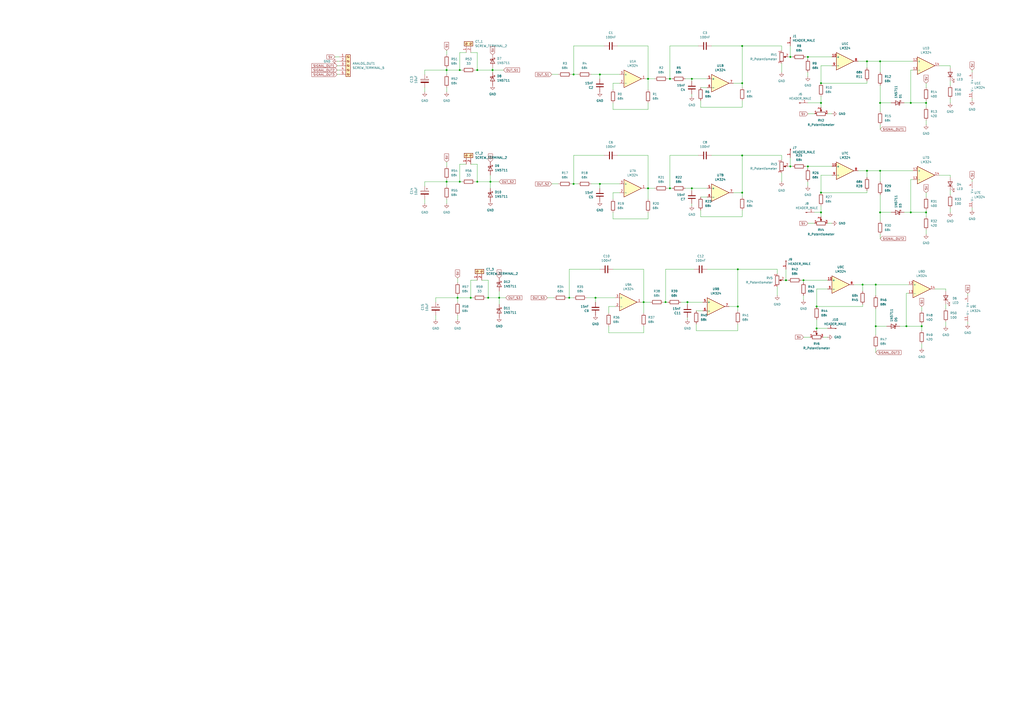
<source format=kicad_sch>
(kicad_sch (version 20250114) (generator "eeschema") (generator_version "9.0")
  (paper "A2")
  (junction (at 430.53 90.17))
  (junction (at 386.08 175.26))
  (junction (at 502.92 99.06))
  (junction (at 500.38 165.1))
  (junction (at 458.47 96.52))
  (junction (at 265.43 172.72))
  (junction (at 266.7 105.41))
  (junction (at 283.21 172.72))
  (junction (at 476.25 48.26))
  (junction (at 347.98 43.18))
  (junction (at 285.75 40.64))
  (junction (at 510.54 99.06))
  (junction (at 259.08 105.41))
  (junction (at 259.08 40.64))
  (junction (at 330.2 172.72))
  (junction (at 398.78 175.26))
  (junction (at 510.54 35.56))
  (junction (at 473.71 177.8))
  (junction (at 289.56 172.72))
  (junction (at 375.92 45.72))
  (junction (at 528.32 123.19))
  (junction (at 455.93 162.56))
  (junction (at 508 165.1))
  (junction (at 502.92 35.56))
  (junction (at 401.32 45.72))
  (junction (at 534.67 189.23))
  (junction (at 537.21 123.19))
  (junction (at 476.25 111.76))
  (junction (at 528.32 59.69))
  (junction (at 276.86 40.64))
  (junction (at 284.48 105.41))
  (junction (at 510.54 123.19))
  (junction (at 430.53 48.26))
  (junction (at 388.62 109.22))
  (junction (at 508 189.23))
  (junction (at 537.21 59.69))
  (junction (at 401.32 109.22))
  (junction (at 427.99 156.21))
  (junction (at 525.78 189.23))
  (junction (at 476.25 59.69))
  (junction (at 332.74 43.18))
  (junction (at 373.38 175.26))
  (junction (at 476.25 123.19))
  (junction (at 388.62 45.72))
  (junction (at 375.92 109.22))
  (junction (at 347.98 106.68))
  (junction (at 468.63 96.52))
  (junction (at 430.53 111.76))
  (junction (at 332.74 106.68))
  (junction (at 430.53 26.67))
  (junction (at 276.86 105.41))
  (junction (at 273.05 172.72))
  (junction (at 473.71 190.5))
  (junction (at 510.54 59.69))
  (junction (at 345.44 172.72))
  (junction (at 468.63 33.02))
  (junction (at 427.99 177.8))
  (junction (at 266.7 40.64))
  (junction (at 458.47 33.02))
  (junction (at 466.09 162.56))
  (wire (pts (xy 468.63 33.02) (xy 482.6 33.02)))
  (wire (pts (xy 332.74 106.68) (xy 332.74 90.17)))
  (wire (pts (xy 500.38 176.53) (xy 500.38 177.8)))
  (wire (pts (xy 430.53 26.67) (xy 430.53 48.26)))
  (wire (pts (xy 401.32 118.11) (xy 401.32 119.38)))
  (wire (pts (xy 537.21 123.19) (xy 528.32 123.19)))
  (wire (pts (xy 389.89 109.22) (xy 388.62 109.22)))
  (wire (pts (xy 430.53 125.73) (xy 406.4 125.73)))
  (wire (pts (xy 331.47 43.18) (xy 332.74 43.18)))
  (wire (pts (xy 347.98 106.68) (xy 359.41 106.68)))
  (wire (pts (xy 410.21 114.3) (xy 406.4 114.3)))
  (wire (pts (xy 467.36 33.02) (xy 468.63 33.02)))
  (wire (pts (xy 548.64 176.53) (xy 548.64 179.07)))
  (wire (pts (xy 468.63 41.91) (xy 468.63 44.45)))
  (wire (pts (xy 510.54 99.06) (xy 529.59 99.06)))
  (wire (pts (xy 406.4 125.73) (xy 406.4 121.92)))
  (wire (pts (xy 510.54 123.19) (xy 510.54 113.03)))
  (wire (pts (xy 430.53 26.67) (xy 453.39 26.67)))
  (wire (pts (xy 502.92 110.49) (xy 502.92 111.76)))
  (wire (pts (xy 551.18 120.65) (xy 551.18 123.19)))
  (wire (pts (xy 521.97 189.23) (xy 525.78 189.23)))
  (wire (pts (xy 265.43 172.72) (xy 265.43 175.26)))
  (wire (pts (xy 355.6 63.5) (xy 355.6 59.69)))
  (wire (pts (xy 373.38 175.26) (xy 377.19 175.26)))
  (wire (pts (xy 259.08 39.37) (xy 259.08 40.64)))
  (wire (pts (xy 407.67 180.34) (xy 403.86 180.34)))
  (wire (pts (xy 375.92 109.22) (xy 379.73 109.22)))
  (wire (pts (xy 345.44 172.72) (xy 356.87 172.72)))
  (wire (pts (xy 355.6 156.21) (xy 373.38 156.21)))
  (wire (pts (xy 430.53 90.17) (xy 453.39 90.17)))
  (wire (pts (xy 375.92 63.5) (xy 375.92 59.69)))
  (wire (pts (xy 355.6 127) (xy 355.6 123.19)))
  (wire (pts (xy 480.06 66.04) (xy 482.6 66.04)))
  (wire (pts (xy 289.56 172.72) (xy 289.56 176.53)))
  (wire (pts (xy 331.47 106.68) (xy 332.74 106.68)))
  (wire (pts (xy 453.39 36.83) (xy 453.39 41.91)))
  (wire (pts (xy 453.39 90.17) (xy 453.39 92.71)))
  (wire (pts (xy 430.53 90.17) (xy 430.53 111.76)))
  (wire (pts (xy 412.75 90.17) (xy 430.53 90.17)))
  (wire (pts (xy 548.64 167.64) (xy 542.29 167.64)))
  (wire (pts (xy 537.21 123.19) (xy 537.21 125.73)))
  (wire (pts (xy 317.5 172.72) (xy 321.31 172.72)))
  (wire (pts (xy 289.56 172.72) (xy 293.37 172.72)))
  (wire (pts (xy 450.85 156.21) (xy 450.85 158.75)))
  (wire (pts (xy 466.09 195.58) (xy 469.9 195.58)))
  (wire (pts (xy 355.6 127) (xy 375.92 127)))
  (wire (pts (xy 284.48 105.41) (xy 289.56 105.41)))
  (wire (pts (xy 537.21 114.3) (xy 537.21 111.76)))
  (wire (pts (xy 276.86 40.64) (xy 285.75 40.64)))
  (wire (pts (xy 266.7 95.25) (xy 270.51 95.25)))
  (wire (pts (xy 259.08 50.8) (xy 259.08 53.34)))
  (wire (pts (xy 430.53 121.92) (xy 430.53 125.73)))
  (wire (pts (xy 259.08 105.41) (xy 266.7 105.41)))
  (wire (pts (xy 534.67 189.23) (xy 534.67 191.77)))
  (wire (pts (xy 273.05 172.72) (xy 273.05 162.56)))
  (wire (pts (xy 427.99 177.8) (xy 422.91 177.8)))
  (wire (pts (xy 332.74 106.68) (xy 335.28 106.68)))
  (wire (pts (xy 473.71 167.64) (xy 473.71 177.8)))
  (wire (pts (xy 476.25 111.76) (xy 502.92 111.76)))
  (wire (pts (xy 561.34 170.18) (xy 561.34 171.45)))
  (wire (pts (xy 510.54 35.56) (xy 529.59 35.56)))
  (wire (pts (xy 266.7 105.41) (xy 267.97 105.41)))
  (wire (pts (xy 401.32 54.61) (xy 401.32 55.88)))
  (wire (pts (xy 476.25 101.6) (xy 476.25 111.76)))
  (wire (pts (xy 246.38 40.64) (xy 259.08 40.64)))
  (wire (pts (xy 466.09 171.45) (xy 466.09 173.99)))
  (wire (pts (xy 266.7 40.64) (xy 266.7 30.48)))
  (wire (pts (xy 284.48 101.6) (xy 284.48 105.41)))
  (wire (pts (xy 320.04 106.68) (xy 323.85 106.68)))
  (wire (pts (xy 476.25 38.1) (xy 476.25 48.26)))
  (wire (pts (xy 275.59 40.64) (xy 276.86 40.64)))
  (wire (pts (xy 246.38 43.18) (xy 246.38 40.64)))
  (wire (pts (xy 403.86 191.77) (xy 403.86 187.96)))
  (wire (pts (xy 502.92 46.99) (xy 502.92 48.26)))
  (wire (pts (xy 466.09 162.56) (xy 466.09 163.83)))
  (wire (pts (xy 401.32 46.99) (xy 401.32 45.72)))
  (wire (pts (xy 246.38 107.95) (xy 246.38 105.41)))
  (wire (pts (xy 537.21 59.69) (xy 528.32 59.69)))
  (wire (pts (xy 468.63 59.69) (xy 476.25 59.69)))
  (wire (pts (xy 252.73 182.88) (xy 252.73 185.42)))
  (wire (pts (xy 401.32 110.49) (xy 401.32 109.22)))
  (wire (pts (xy 412.75 26.67) (xy 430.53 26.67)))
  (wire (pts (xy 468.63 96.52) (xy 482.6 96.52)))
  (wire (pts (xy 401.32 109.22) (xy 410.21 109.22)))
  (wire (pts (xy 467.36 96.52) (xy 468.63 96.52)))
  (wire (pts (xy 502.92 35.56) (xy 502.92 39.37)))
  (wire (pts (xy 275.59 105.41) (xy 276.86 105.41)))
  (wire (pts (xy 259.08 29.21) (xy 259.08 31.75)))
  (wire (pts (xy 266.7 30.48) (xy 270.51 30.48)))
  (wire (pts (xy 284.48 105.41) (xy 284.48 109.22)))
  (wire (pts (xy 534.67 189.23) (xy 525.78 189.23)))
  (wire (pts (xy 453.39 100.33) (xy 453.39 105.41)))
  (wire (pts (xy 265.43 182.88) (xy 265.43 185.42)))
  (wire (pts (xy 246.38 105.41) (xy 259.08 105.41)))
  (wire (pts (xy 259.08 115.57) (xy 259.08 118.11)))
  (wire (pts (xy 373.38 175.26) (xy 373.38 181.61)))
  (wire (pts (xy 285.75 40.64) (xy 292.1 40.64)))
  (wire (pts (xy 427.99 156.21) (xy 450.85 156.21)))
  (wire (pts (xy 283.21 172.72) (xy 289.56 172.72)))
  (wire (pts (xy 332.74 43.18) (xy 332.74 26.67)))
  (wire (pts (xy 246.38 50.8) (xy 246.38 53.34)))
  (wire (pts (xy 410.21 156.21) (xy 427.99 156.21)))
  (wire (pts (xy 563.88 40.64) (xy 563.88 41.91)))
  (wire (pts (xy 510.54 59.69) (xy 510.54 49.53)))
  (wire (pts (xy 347.98 43.18) (xy 347.98 45.72)))
  (wire (pts (xy 283.21 162.56) (xy 283.21 172.72)))
  (wire (pts (xy 340.36 172.72) (xy 345.44 172.72)))
  (wire (pts (xy 375.92 127) (xy 375.92 123.19)))
  (wire (pts (xy 454.66 162.56) (xy 455.93 162.56)))
  (wire (pts (xy 386.08 156.21) (xy 386.08 175.26)))
  (wire (pts (xy 528.32 40.64) (xy 529.59 40.64)))
  (wire (pts (xy 401.32 109.22) (xy 397.51 109.22)))
  (wire (pts (xy 330.2 172.72) (xy 330.2 156.21)))
  (wire (pts (xy 375.92 109.22) (xy 375.92 115.57)))
  (wire (pts (xy 273.05 172.72) (xy 274.32 172.72)))
  (wire (pts (xy 537.21 135.89) (xy 537.21 133.35)))
  (wire (pts (xy 388.62 26.67) (xy 388.62 45.72)))
  (wire (pts (xy 537.21 121.92) (xy 537.21 123.19)))
  (wire (pts (xy 516.89 59.69) (xy 510.54 59.69)))
  (wire (pts (xy 510.54 59.69) (xy 510.54 64.77)))
  (wire (pts (xy 464.82 162.56) (xy 466.09 162.56)))
  (wire (pts (xy 510.54 99.06) (xy 510.54 105.41)))
  (wire (pts (xy 195.58 35.56) (xy 196.85 35.56)))
  (wire (pts (xy 372.11 175.26) (xy 373.38 175.26)))
  (wire (pts (xy 356.87 177.8) (xy 353.06 177.8)))
  (wire (pts (xy 259.08 40.64) (xy 266.7 40.64)))
  (wire (pts (xy 500.38 165.1) (xy 500.38 168.91)))
  (wire (pts (xy 387.35 175.26) (xy 386.08 175.26)))
  (wire (pts (xy 246.38 115.57) (xy 246.38 118.11)))
  (wire (pts (xy 195.58 38.1) (xy 196.85 38.1)))
  (wire (pts (xy 563.88 104.14) (xy 563.88 105.41)))
  (wire (pts (xy 358.14 90.17) (xy 375.92 90.17)))
  (wire (pts (xy 265.43 171.45) (xy 265.43 172.72)))
  (wire (pts (xy 497.84 35.56) (xy 502.92 35.56)))
  (wire (pts (xy 502.92 99.06) (xy 510.54 99.06)))
  (wire (pts (xy 476.25 123.19) (xy 476.25 125.73)))
  (wire (pts (xy 252.73 175.26) (xy 252.73 172.72)))
  (wire (pts (xy 458.47 33.02) (xy 459.74 33.02)))
  (wire (pts (xy 345.44 172.72) (xy 345.44 175.26)))
  (wire (pts (xy 480.06 167.64) (xy 473.71 167.64)))
  (wire (pts (xy 468.63 33.02) (xy 468.63 34.29)))
  (wire (pts (xy 285.75 41.91) (xy 285.75 40.64)))
  (wire (pts (xy 430.53 48.26) (xy 425.45 48.26)))
  (wire (pts (xy 388.62 109.22) (xy 387.35 109.22)))
  (wire (pts (xy 510.54 123.19) (xy 510.54 128.27)))
  (wire (pts (xy 330.2 156.21) (xy 347.98 156.21)))
  (wire (pts (xy 457.2 33.02) (xy 458.47 33.02)))
  (wire (pts (xy 455.93 156.21) (xy 455.93 162.56)))
  (wire (pts (xy 458.47 91.44) (xy 458.47 96.52)))
  (wire (pts (xy 389.89 45.72) (xy 388.62 45.72)))
  (wire (pts (xy 472.44 123.19) (xy 476.25 123.19)))
  (wire (pts (xy 561.34 186.69) (xy 561.34 187.96)))
  (wire (pts (xy 388.62 45.72) (xy 387.35 45.72)))
  (wire (pts (xy 534.67 180.34) (xy 534.67 177.8)))
  (wire (pts (xy 482.6 38.1) (xy 476.25 38.1)))
  (wire (pts (xy 279.4 162.56) (xy 283.21 162.56)))
  (wire (pts (xy 375.92 26.67) (xy 375.92 45.72)))
  (wire (pts (xy 388.62 90.17) (xy 388.62 109.22)))
  (wire (pts (xy 430.53 111.76) (xy 425.45 111.76)))
  (wire (pts (xy 194.31 33.02) (xy 196.85 33.02)))
  (wire (pts (xy 468.63 129.54) (xy 472.44 129.54)))
  (wire (pts (xy 401.32 45.72) (xy 410.21 45.72)))
  (wire (pts (xy 398.78 175.26) (xy 394.97 175.26)))
  (wire (pts (xy 551.18 101.6) (xy 544.83 101.6)))
  (wire (pts (xy 285.75 39.37) (xy 285.75 40.64)))
  (wire (pts (xy 374.65 45.72) (xy 375.92 45.72)))
  (wire (pts (xy 398.78 184.15) (xy 398.78 185.42)))
  (wire (pts (xy 353.06 193.04) (xy 353.06 189.23)))
  (wire (pts (xy 355.6 48.26) (xy 355.6 52.07)))
  (wire (pts (xy 259.08 104.14) (xy 259.08 105.41)))
  (wire (pts (xy 328.93 172.72) (xy 330.2 172.72)))
  (wire (pts (xy 514.35 189.23) (xy 508 189.23)))
  (wire (pts (xy 458.47 26.67) (xy 458.47 33.02)))
  (wire (pts (xy 458.47 96.52) (xy 459.74 96.52)))
  (wire (pts (xy 473.71 190.5) (xy 480.06 190.5)))
  (wire (pts (xy 563.88 120.65) (xy 563.88 121.92)))
  (wire (pts (xy 473.71 177.8) (xy 500.38 177.8)))
  (wire (pts (xy 373.38 156.21) (xy 373.38 175.26)))
  (wire (pts (xy 482.6 101.6) (xy 476.25 101.6)))
  (wire (pts (xy 551.18 38.1) (xy 544.83 38.1)))
  (wire (pts (xy 388.62 90.17) (xy 405.13 90.17)))
  (wire (pts (xy 477.52 195.58) (xy 480.06 195.58)))
  (wire (pts (xy 266.7 40.64) (xy 267.97 40.64)))
  (wire (pts (xy 534.67 201.93) (xy 534.67 199.39)))
  (wire (pts (xy 195.58 43.18) (xy 196.85 43.18)))
  (wire (pts (xy 375.92 90.17) (xy 375.92 109.22)))
  (wire (pts (xy 330.2 172.72) (xy 332.74 172.72)))
  (wire (pts (xy 510.54 135.89) (xy 510.54 138.43)))
  (wire (pts (xy 353.06 193.04) (xy 373.38 193.04)))
  (wire (pts (xy 525.78 170.18) (xy 527.05 170.18)))
  (wire (pts (xy 528.32 40.64) (xy 528.32 59.69)))
  (wire (pts (xy 265.43 161.29) (xy 265.43 163.83)))
  (wire (pts (xy 537.21 72.39) (xy 537.21 69.85)))
  (wire (pts (xy 551.18 102.87) (xy 551.18 101.6)))
  (wire (pts (xy 427.99 187.96) (xy 427.99 191.77)))
  (wire (pts (xy 495.3 165.1) (xy 500.38 165.1)))
  (wire (pts (xy 375.92 45.72) (xy 379.73 45.72)))
  (wire (pts (xy 430.53 48.26) (xy 430.53 50.8)))
  (wire (pts (xy 551.18 57.15) (xy 551.18 59.69)))
  (wire (pts (xy 548.64 168.91) (xy 548.64 167.64)))
  (wire (pts (xy 347.98 106.68) (xy 347.98 109.22)))
  (wire (pts (xy 524.51 123.19) (xy 528.32 123.19)))
  (wire (pts (xy 276.86 30.48) (xy 276.86 40.64)))
  (wire (pts (xy 534.67 187.96) (xy 534.67 189.23)))
  (wire (pts (xy 374.65 109.22) (xy 375.92 109.22)))
  (wire (pts (xy 359.41 48.26) (xy 355.6 48.26)))
  (wire (pts (xy 466.09 162.56) (xy 480.06 162.56)))
  (wire (pts (xy 563.88 57.15) (xy 563.88 58.42)))
  (wire (pts (xy 502.92 35.56) (xy 510.54 35.56)))
  (wire (pts (xy 332.74 43.18) (xy 335.28 43.18)))
  (wire (pts (xy 265.43 172.72) (xy 273.05 172.72)))
  (wire (pts (xy 373.38 193.04) (xy 373.38 189.23)))
  (wire (pts (xy 480.06 129.54) (xy 482.6 129.54)))
  (wire (pts (xy 259.08 40.64) (xy 259.08 43.18)))
  (wire (pts (xy 430.53 62.23) (xy 406.4 62.23)))
  (wire (pts (xy 289.56 168.91) (xy 289.56 172.72)))
  (wire (pts (xy 427.99 177.8) (xy 427.99 180.34)))
  (wire (pts (xy 476.25 48.26) (xy 502.92 48.26)))
  (wire (pts (xy 548.64 186.69) (xy 548.64 189.23)))
  (wire (pts (xy 476.25 119.38) (xy 476.25 123.19)))
  (wire (pts (xy 401.32 45.72) (xy 397.51 45.72)))
  (wire (pts (xy 355.6 63.5) (xy 375.92 63.5)))
  (wire (pts (xy 453.39 26.67) (xy 453.39 29.21)))
  (wire (pts (xy 468.63 66.04) (xy 472.44 66.04)))
  (wire (pts (xy 427.99 156.21) (xy 427.99 177.8)))
  (wire (pts (xy 508 189.23) (xy 508 179.07)))
  (wire (pts (xy 476.25 59.69) (xy 476.25 62.23)))
  (wire (pts (xy 457.2 96.52) (xy 458.47 96.52)))
  (wire (pts (xy 537.21 50.8) (xy 537.21 48.26)))
  (wire (pts (xy 276.86 95.25) (xy 276.86 105.41)))
  (wire (pts (xy 551.18 39.37) (xy 551.18 38.1)))
  (wire (pts (xy 358.14 26.67) (xy 375.92 26.67)))
  (wire (pts (xy 273.05 162.56) (xy 276.86 162.56)))
  (wire (pts (xy 353.06 177.8) (xy 353.06 181.61)))
  (wire (pts (xy 342.9 43.18) (xy 347.98 43.18)))
  (wire (pts (xy 502.92 99.06) (xy 502.92 102.87)))
  (wire (pts (xy 195.58 40.64) (xy 196.85 40.64)))
  (wire (pts (xy 516.89 123.19) (xy 510.54 123.19)))
  (wire (pts (xy 252.73 172.72) (xy 265.43 172.72)))
  (wire (pts (xy 524.51 59.69) (xy 528.32 59.69)))
  (wire (pts (xy 500.38 165.1) (xy 508 165.1)))
  (wire (pts (xy 528.32 104.14) (xy 529.59 104.14)))
  (wire (pts (xy 342.9 106.68) (xy 347.98 106.68)))
  (wire (pts (xy 473.71 190.5) (xy 473.71 191.77)))
  (wire (pts (xy 468.63 105.41) (xy 468.63 107.95)))
  (wire (pts (xy 347.98 43.18) (xy 359.41 43.18)))
  (wire (pts (xy 537.21 59.69) (xy 537.21 62.23)))
  (wire (pts (xy 551.18 46.99) (xy 551.18 49.53)))
  (wire (pts (xy 537.21 58.42) (xy 537.21 59.69)))
  (wire (pts (xy 273.05 30.48) (xy 276.86 30.48)))
  (wire (pts (xy 332.74 90.17) (xy 350.52 90.17)))
  (wire (pts (xy 508 201.93) (xy 508 204.47)))
  (wire (pts (xy 455.93 162.56) (xy 457.2 162.56)))
  (wire (pts (xy 386.08 156.21) (xy 402.59 156.21)))
  (wire (pts (xy 398.78 175.26) (xy 407.67 175.26)))
  (wire (pts (xy 281.94 172.72) (xy 283.21 172.72)))
  (wire (pts (xy 273.05 95.25) (xy 276.86 95.25)))
  (wire (pts (xy 525.78 170.18) (xy 525.78 189.23)))
  (wire (pts (xy 468.63 96.52) (xy 468.63 97.79)))
  (wire (pts (xy 406.4 62.23) (xy 406.4 58.42)))
  (wire (pts (xy 332.74 26.67) (xy 350.52 26.67)))
  (wire (pts (xy 375.92 45.72) (xy 375.92 52.07)))
  (wire (pts (xy 359.41 111.76) (xy 355.6 111.76)))
  (wire (pts (xy 508 165.1) (xy 527.05 165.1)))
  (wire (pts (xy 551.18 110.49) (xy 551.18 113.03)))
  (wire (pts (xy 508 189.23) (xy 508 194.31)))
  (wire (pts (xy 386.08 175.26) (xy 384.81 175.26)))
  (wire (pts (xy 510.54 35.56) (xy 510.54 41.91)))
  (wire (pts (xy 510.54 72.39) (xy 510.54 74.93)))
  (wire (pts (xy 259.08 105.41) (xy 259.08 107.95)))
  (wire (pts (xy 427.99 191.77) (xy 403.86 191.77)))
  (wire (pts (xy 410.21 50.8) (xy 406.4 50.8)))
  (wire (pts (xy 430.53 111.76) (xy 430.53 114.3)))
  (wire (pts (xy 398.78 176.53) (xy 398.78 175.26)))
  (wire (pts (xy 476.25 55.88) (xy 476.25 59.69)))
  (wire (pts (xy 473.71 185.42) (xy 473.71 190.5)))
  (wire (pts (xy 266.7 105.41) (xy 266.7 95.25)))
  (wire (pts (xy 276.86 105.41) (xy 284.48 105.41)))
  (wire (pts (xy 528.32 104.14) (xy 528.32 123.19)))
  (wire (pts (xy 430.53 58.42) (xy 430.53 62.23)))
  (wire (pts (xy 497.84 99.06) (xy 502.92 99.06)))
  (wire (pts (xy 259.08 93.98) (xy 259.08 96.52)))
  (wire (pts (xy 355.6 111.76) (xy 355.6 115.57)))
  (wire (pts (xy 320.04 43.18) (xy 323.85 43.18)))
  (wire (pts (xy 450.85 166.37) (xy 450.85 171.45)))
  (wire (pts (xy 388.62 26.67) (xy 405.13 26.67)))
  (wire (pts (xy 508 165.1) (xy 508 171.45)))
  (global_label "5V" (shape input) (at 468.63 66.04 180) (property "Intersheetrefs" "${INTERSHEET_REFS}" (effects (hide yes))))
  (global_label "5V" (shape input) (at 563.88 40.64 90) (property "Intersheetrefs" "${INTERSHEET_REFS}" (effects (hide yes))))
  (global_label "5V" (shape input) (at 466.09 195.58 180) (property "Intersheetrefs" "${INTERSHEET_REFS}" (effects (hide yes))))
  (global_label "SIGNAL_OUT1" (shape input) (at 510.54 74.93 0) (property "Intersheetrefs" "${INTERSHEET_REFS}" (effects (hide yes))))
  (global_label "OUT_S3" (shape input) (at 293.37 172.72 0) (property "Intersheetrefs" "${INTERSHEET_REFS}" (effects (hide yes))))
  (global_label "5V" (shape input) (at 563.88 104.14 90) (property "Intersheetrefs" "${INTERSHEET_REFS}" (effects (hide yes))))
  (global_label "OUT_S2" (shape input) (at 289.56 105.41 0) (property "Intersheetrefs" "${INTERSHEET_REFS}" (effects (hide yes))))
  (global_label "5V" (shape input) (at 265.43 161.29 90) (property "Intersheetrefs" "${INTERSHEET_REFS}" (effects (hide yes))))
  (global_label "5V" (shape input) (at 259.08 29.21 90) (property "Intersheetrefs" "${INTERSHEET_REFS}" (effects (hide yes))))
  (global_label "5V" (shape input) (at 259.08 93.98 90) (property "Intersheetrefs" "${INTERSHEET_REFS}" (effects (hide yes))))
  (global_label "5V" (shape input) (at 194.31 33.02 180) (property "Intersheetrefs" "${INTERSHEET_REFS}" (effects (hide yes))))
  (global_label "SIGNAL_OUT2" (shape input) (at 510.54 138.43 0) (property "Intersheetrefs" "${INTERSHEET_REFS}" (effects (hide yes))))
  (global_label "5V" (shape input) (at 537.21 111.76 90) (property "Intersheetrefs" "${INTERSHEET_REFS}" (effects (hide yes))))
  (global_label "5V" (shape input) (at 534.67 177.8 90) (property "Intersheetrefs" "${INTERSHEET_REFS}" (effects (hide yes))))
  (global_label "5V" (shape input) (at 468.63 129.54 180) (property "Intersheetrefs" "${INTERSHEET_REFS}" (effects (hide yes))))
  (global_label "OUT_S3" (shape input) (at 317.5 172.72 180) (property "Intersheetrefs" "${INTERSHEET_REFS}" (effects (hide yes))))
  (global_label "SIGNAL_OUT1" (shape input) (at 195.58 38.1 180) (property "Intersheetrefs" "${INTERSHEET_REFS}" (effects (hide yes))))
  (global_label "OUT_S1" (shape input) (at 320.04 43.18 180) (property "Intersheetrefs" "${INTERSHEET_REFS}" (effects (hide yes))))
  (global_label "OUT_S2" (shape input) (at 320.04 106.68 180) (property "Intersheetrefs" "${INTERSHEET_REFS}" (effects (hide yes))))
  (global_label "5V" (shape input) (at 289.56 161.29 90) (property "Intersheetrefs" "${INTERSHEET_REFS}" (effects (hide yes))))
  (global_label "5V" (shape input) (at 537.21 48.26 90) (property "Intersheetrefs" "${INTERSHEET_REFS}" (effects (hide yes))))
  (global_label "5V" (shape input) (at 284.48 93.98 90) (property "Intersheetrefs" "${INTERSHEET_REFS}" (effects (hide yes))))
  (global_label "SIGNAL_OUT2" (shape input) (at 195.58 40.64 180) (property "Intersheetrefs" "${INTERSHEET_REFS}" (effects (hide yes))))
  (global_label "5V" (shape input) (at 561.34 170.18 90) (property "Intersheetrefs" "${INTERSHEET_REFS}" (effects (hide yes))))
  (global_label "SIGNAL_OUT3" (shape input) (at 195.58 43.18 180) (property "Intersheetrefs" "${INTERSHEET_REFS}" (effects (hide yes))))
  (global_label "OUT_S1" (shape input) (at 292.1 40.64 0) (property "Intersheetrefs" "${INTERSHEET_REFS}" (effects (hide yes))))
  (global_label "5V" (shape input) (at 285.75 31.75 90) (property "Intersheetrefs" "${INTERSHEET_REFS}" (effects (hide yes))))
  (global_label "SIGNAL_OUT3" (shape input) (at 508 204.47 0) (property "Intersheetrefs" "${INTERSHEET_REFS}" (effects (hide yes))))
  (symbol (lib_id "DIY:R") (at 468.63 38.1 180) (unit 1)
    (property "Reference" "R9" (at 471.17 36.8299 0) (effects (justify right)))
    (property "Value" "68k" (at 471.17 39.3699 0) (effects (justify right)))
    (property "Footprint" "Resistor_THT:R_Axial_DIN0207_L6.3mm_D2.5mm_P7.62mm_Horizontal" (effects (hide yes)))
    (property "Description" "Resistor" (effects (hide yes)))
  )
  (symbol (lib_id "Amplifier_Operational:LM324") (at 490.22 99.06 0) (unit 3)
    (property "Reference" "U7" (at 490.22 88.9 0))
    (property "Value" "LM324" (at 490.22 91.44 0))
    (property "Footprint" "Package_DIP:DIP-14_W7.62mm_LongPads" (effects (hide yes)))
    (property "Datasheet" "http://www.ti.com/lit/ds/symlink/lm2902-n.pdf" (effects (hide yes)))
    (property "Description" "Low-Power, Quad-Operational Amplifiers, DIP-14/SOIC-14/SSOP-14" (effects (hide yes)))
  )
  (symbol (lib_id "DIY:R") (at 393.7 45.72 90) (unit 1)
    (property "Reference" "R5" (at 393.7 39.37 90))
    (property "Value" "68k" (at 393.7 41.91 90))
    (property "Footprint" "Resistor_THT:R_Axial_DIN0207_L6.3mm_D2.5mm_P7.62mm_Horizontal" (effects (hide yes)))
    (property "Description" "Resistor" (effects (hide yes)))
  )
  (symbol (lib_id "DIY:R") (at 336.55 172.72 90) (unit 1)
    (property "Reference" "R35" (at 336.55 166.37 90))
    (property "Value" "68k" (at 336.55 168.91 90))
    (property "Footprint" "Resistor_THT:R_Axial_DIN0207_L6.3mm_D2.5mm_P7.62mm_Horizontal" (effects (hide yes)))
    (property "Description" "Resistor" (effects (hide yes)))
  )
  (symbol (lib_id "DIY:R") (at 271.78 40.64 270) (unit 1)
    (property "Reference" "R53" (at 271.78 34.29 90))
    (property "Value" "33" (at 271.78 36.83 90))
    (property "Footprint" "Resistor_THT:R_Axial_DIN0207_L6.3mm_D2.5mm_P7.62mm_Horizontal" (effects (hide yes)))
    (property "Description" "Resistor" (effects (hide yes)))
  )
  (symbol (lib_id "Amplifier_Operational:LM324") (at 563.88 179.07 0) (unit 5)
    (property "Reference" "U9" (at 562.61 177.7999 0) (effects (justify left)))
    (property "Value" "LM324" (at 562.61 180.3399 0) (effects (justify left)))
    (property "Footprint" "Package_DIP:DIP-14_W7.62mm_LongPads" (effects (hide yes)))
    (property "Datasheet" "http://www.ti.com/lit/ds/symlink/lm2902-n.pdf" (effects (hide yes)))
    (property "Description" "Low-Power, Quad-Operational Amplifiers, DIP-14/SOIC-14/SSOP-14" (effects (hide yes)))
  )
  (symbol (lib_id "DIY:R") (at 355.6 119.38 0) (unit 1)
    (property "Reference" "R19" (at 358.14 118.1099 0) (effects (justify left)))
    (property "Value" "68k" (at 358.14 120.6499 0) (effects (justify left)))
    (property "Footprint" "Resistor_THT:R_Axial_DIN0207_L6.3mm_D2.5mm_P7.62mm_Horizontal" (effects (hide yes)))
    (property "Description" "Resistor" (effects (hide yes)))
  )
  (symbol (lib_id "Device:C_Polarized") (at 246.38 111.76 0) (mirror y) (unit 1)
    (property "Reference" "C14" (at 238.76 110.871 90))
    (property "Value" "10uF" (at 241.3 110.871 90))
    (property "Footprint" "Capacitor_THT:CP_Radial_D5.0mm_P2.00mm" (effects (hide yes)))
    (property "Description" "Polarized capacitor" (effects (hide yes)))
  )
  (symbol (lib_id "Device:C") (at 401.32 50.8 180) (unit 1)
    (property "Reference" "C4" (at 397.51 52.0701 0) (effects (justify left)))
    (property "Value" "15nF" (at 397.51 49.5301 0) (effects (justify left)))
    (property "Footprint" "Capacitor_THT:C_Rect_L7.0mm_W2.5mm_P5.00mm" (effects (hide yes)))
    (property "Description" "Unpolarized capacitor" (effects (hide yes)))
  )
  (symbol (lib_id "power:GND") (at 246.38 118.11 0) (unit 1)
    (property "Reference" "#PWR010" (effects (hide yes)))
    (property "Value" "GND" (at 246.38 123.19 0))
    (property "Description" "Power symbol creates a global label with name \"GND\" , ground" (effects (hide yes)))
  )
  (symbol (lib_id "DIY:R") (at 375.92 119.38 0) (unit 1)
    (property "Reference" "R20" (at 378.46 118.1099 0) (effects (justify left)))
    (property "Value" "68k" (at 378.46 120.6499 0) (effects (justify left)))
    (property "Footprint" "Resistor_THT:R_Axial_DIN0207_L6.3mm_D2.5mm_P7.62mm_Horizontal" (effects (hide yes)))
    (property "Description" "Resistor" (effects (hide yes)))
  )
  (symbol (lib_id "DIY:R") (at 375.92 55.88 0) (unit 1)
    (property "Reference" "R1" (at 378.46 54.6099 0) (effects (justify left)))
    (property "Value" "68k" (at 378.46 57.1499 0) (effects (justify left)))
    (property "Footprint" "Resistor_THT:R_Axial_DIN0207_L6.3mm_D2.5mm_P7.62mm_Horizontal" (effects (hide yes)))
    (property "Description" "Resistor" (effects (hide yes)))
  )
  (symbol (lib_id "DIY:R") (at 403.86 184.15 0) (unit 1)
    (property "Reference" "R40" (at 406.4 182.8799 0) (effects (justify left)))
    (property "Value" "68k" (at 406.4 185.4199 0) (effects (justify left)))
    (property "Footprint" "Resistor_THT:R_Axial_DIN0207_L6.3mm_D2.5mm_P7.62mm_Horizontal" (effects (hide yes)))
    (property "Description" "Resistor" (effects (hide yes)))
  )
  (symbol (lib_id "DIY:R") (at 271.78 105.41 270) (unit 1)
    (property "Reference" "R56" (at 271.78 99.06 90))
    (property "Value" "33" (at 271.78 101.6 90))
    (property "Footprint" "Resistor_THT:R_Axial_DIN0207_L6.3mm_D2.5mm_P7.62mm_Horizontal" (effects (hide yes)))
    (property "Description" "Resistor" (effects (hide yes)))
  )
  (symbol (lib_id "Device:C") (at 408.94 26.67 90) (unit 1)
    (property "Reference" "C3" (at 408.94 19.05 90))
    (property "Value" "100nF" (at 408.94 21.59 90))
    (property "Footprint" "Capacitor_THT:C_Rect_L11.0mm_W4.3mm_P10.00mm_MKT" (effects (hide yes)))
    (property "Description" "Unpolarized capacitor" (effects (hide yes)))
  )
  (symbol (lib_id "DIY:R") (at 508 175.26 180) (unit 1)
    (property "Reference" "R46" (at 510.54 173.9899 0) (effects (justify right)))
    (property "Value" "68k" (at 510.54 176.5299 0) (effects (justify right)))
    (property "Footprint" "Resistor_THT:R_Axial_DIN0207_L6.3mm_D2.5mm_P7.62mm_Horizontal" (effects (hide yes)))
    (property "Description" "Resistor" (effects (hide yes)))
  )
  (symbol (lib_id "power:GND") (at 551.18 59.69 0) (unit 1)
    (property "Reference" "#PWR06" (effects (hide yes)))
    (property "Value" "GND" (at 551.18 64.77 0))
    (property "Description" "Power symbol creates a global label with name \"GND\" , ground" (effects (hide yes)))
  )
  (symbol (lib_id "DIY:R") (at 466.09 167.64 180) (unit 1)
    (property "Reference" "R43" (at 468.63 166.3699 0) (effects (justify right)))
    (property "Value" "68k" (at 468.63 168.9099 0) (effects (justify right)))
    (property "Footprint" "Resistor_THT:R_Axial_DIN0207_L6.3mm_D2.5mm_P7.62mm_Horizontal" (effects (hide yes)))
    (property "Description" "Resistor" (effects (hide yes)))
  )
  (symbol (lib_id "power:GND") (at 548.64 189.23 0) (unit 1)
    (property "Reference" "#PWR029" (effects (hide yes)))
    (property "Value" "GND" (at 548.64 194.31 0))
    (property "Description" "Power symbol creates a global label with name \"GND\" , ground" (effects (hide yes)))
  )
  (symbol (lib_id "Device:R_Potentiometer") (at 473.71 195.58 90) (unit 1)
    (property "Reference" "RV6" (at 473.71 199.39 90))
    (property "Value" "R_Potentiometer" (at 473.71 201.93 90))
    (property "Footprint" "Potentiometer_THT:Potentiometer_Bourns_3296W_Vertical" (effects (hide yes)))
    (property "Description" "Potentiometer" (effects (hide yes)))
  )
  (symbol (lib_id "power:GND") (at 453.39 105.41 0) (unit 1)
    (property "Reference" "#PWR016" (effects (hide yes)))
    (property "Value" "GND" (at 453.39 110.49 0))
    (property "Description" "Power symbol creates a global label with name \"GND\" , ground" (effects (hide yes)))
  )
  (symbol (lib_id "DIY:R") (at 537.21 118.11 180) (unit 1)
    (property "Reference" "R31" (at 539.75 116.8399 0) (effects (justify right)))
    (property "Value" "400" (at 539.75 119.3799 0) (effects (justify right)))
    (property "Footprint" "Resistor_THT:R_Axial_DIN0207_L6.3mm_D2.5mm_P7.62mm_Horizontal" (effects (hide yes)))
    (property "Description" "Resistor" (effects (hide yes)))
  )
  (symbol (lib_id "power:GND") (at 563.88 121.92 0) (unit 1)
    (property "Reference" "#PWR021" (effects (hide yes)))
    (property "Value" "GND" (at 563.88 127 0))
    (property "Description" "Power symbol creates a global label with name \"GND\" , ground" (effects (hide yes)))
  )
  (symbol (lib_id "Connector:Conn_01x01_Pin") (at 463.55 59.69 0) (unit 1)
    (property "Reference" "J6" (at 464.185 54.61 0))
    (property "Value" "HEADER_MALE" (at 464.185 57.15 0))
    (property "Footprint" "Connector_PinSocket_2.54mm:PinSocket_1x01_P2.54mm_Vertical" (effects (hide yes)))
    (property "Description" "Generic connector, single row, 01x01, script generated" (effects (hide yes)))
  )
  (symbol (lib_id "DIY:R") (at 265.43 167.64 180) (unit 1)
    (property "Reference" "R57" (at 267.97 166.3699 0) (effects (justify right)))
    (property "Value" "68k" (at 267.97 168.9099 0) (effects (justify right)))
    (property "Footprint" "Resistor_THT:R_Axial_DIN0207_L6.3mm_D2.5mm_P7.62mm_Horizontal" (effects (hide yes)))
    (property "Description" "Resistor" (effects (hide yes)))
  )
  (symbol (lib_id "Device:R_Potentiometer") (at 450.85 162.56 0) (unit 1)
    (property "Reference" "RV5" (at 448.31 161.2899 0) (effects (justify right)))
    (property "Value" "R_Potentiometer" (at 448.31 163.8299 0) (effects (justify right)))
    (property "Footprint" "Potentiometer_THT:Potentiometer_Bourns_3296W_Vertical" (effects (hide yes)))
    (property "Description" "Potentiometer" (effects (hide yes)))
  )
  (symbol (lib_id "Device:R_Potentiometer") (at 476.25 66.04 90) (unit 1)
    (property "Reference" "RV2" (at 476.25 69.85 90))
    (property "Value" "R_Potentiometer" (at 476.25 72.39 90))
    (property "Footprint" "Potentiometer_THT:Potentiometer_Bourns_3296W_Vertical" (effects (hide yes)))
    (property "Description" "Potentiometer" (effects (hide yes)))
  )
  (symbol (lib_id "Device:C") (at 345.44 179.07 180) (unit 1)
    (property "Reference" "C9" (at 341.63 180.3401 0) (effects (justify left)))
    (property "Value" "15nF" (at 341.63 177.8001 0) (effects (justify left)))
    (property "Footprint" "Capacitor_THT:C_Rect_L7.0mm_W2.5mm_P5.00mm" (effects (hide yes)))
    (property "Description" "Unpolarized capacitor" (effects (hide yes)))
  )
  (symbol (lib_id "power:GND") (at 284.48 116.84 0) (unit 1)
    (property "Reference" "#PWR033" (effects (hide yes)))
    (property "Value" "GND" (at 284.48 121.92 0))
    (property "Description" "Power symbol creates a global label with name \"GND\" , ground" (effects (hide yes)))
  )
  (symbol (lib_id "power:GND") (at 252.73 185.42 0) (unit 1)
    (property "Reference" "#PWR013" (effects (hide yes)))
    (property "Value" "GND" (at 252.73 190.5 0))
    (property "Description" "Power symbol creates a global label with name \"GND\" , ground" (effects (hide yes)))
  )
  (symbol (lib_id "Amplifier_Operational:LM324") (at 534.67 167.64 0) (unit 4)
    (property "Reference" "U9" (at 534.67 157.48 0))
    (property "Value" "LM324" (at 534.67 160.02 0))
    (property "Footprint" "Package_DIP:DIP-14_W7.62mm_LongPads" (effects (hide yes)))
    (property "Datasheet" "http://www.ti.com/lit/ds/symlink/lm2902-n.pdf" (effects (hide yes)))
    (property "Description" "Low-Power, Quad-Operational Amplifiers, DIP-14/SOIC-14/SSOP-14" (effects (hide yes)))
  )
  (symbol (lib_id "Connector:Screw_Terminal_01x05") (at 201.93 38.1 0) (unit 1)
    (property "Reference" "ANALOG_OUT1" (at 204.47 36.8299 0) (effects (justify left)))
    (property "Value" "SCREW_TERMINAL_5" (at 204.47 39.3699 0) (effects (justify left)))
    (property "Footprint" "TerminalBlock_Phoenix:TerminalBlock_Phoenix_MKDS-1,5-5-5.08_1x05_P5.08mm_Horizontal" (effects (hide yes)))
    (property "Description" "Generic screw terminal, single row, 01x05, script generated (kicad-library-utils/schlib/autogen/connector/)" (effects (hide yes)))
  )
  (symbol (lib_id "Connector:Screw_Terminal_01x02") (at 270.51 25.4 90) (unit 1)
    (property "Reference" "CT_1" (at 275.59 24.1299 90) (effects (justify right)))
    (property "Value" "SCREW_TERMINAL_2" (at 275.59 26.6699 90) (effects (justify right)))
    (property "Footprint" "TerminalBlock_Phoenix:TerminalBlock_Phoenix_MKDS-1,5-2-5.08_1x02_P5.08mm_Horizontal" (effects (hide yes)))
    (property "Description" "Generic screw terminal, single row, 01x02, script generated (kicad-library-utils/schlib/autogen/connector/)" (effects (hide yes)))
  )
  (symbol (lib_id "DIY:R") (at 383.54 109.22 90) (unit 1)
    (property "Reference" "R21" (at 383.54 102.87 90))
    (property "Value" "68k" (at 383.54 105.41 90))
    (property "Footprint" "Resistor_THT:R_Axial_DIN0207_L6.3mm_D2.5mm_P7.62mm_Horizontal" (effects (hide yes)))
    (property "Description" "Resistor" (effects (hide yes)))
  )
  (symbol (lib_id "Diode:1N5711") (at 289.56 165.1 270) (unit 1)
    (property "Reference" "D12" (at 292.1 163.5124 90) (effects (justify left)))
    (property "Value" "1N5711" (at 292.1 166.0524 90) (effects (justify left)))
    (property "Footprint" "Diode_THT:D_DO-35_SOD27_P7.62mm_Horizontal" (effects (hide yes)))
    (property "Datasheet" "https://www.microsemi.com/document-portal/doc_download/8865-lds-0040-datasheet" (effects (hide yes)))
    (property "Description" "70V 33mA Schottky diode, DO-35" (effects (hide yes)))
  )
  (symbol (lib_id "Device:C") (at 408.94 90.17 90) (unit 1)
    (property "Reference" "C8" (at 408.94 82.55 90))
    (property "Value" "100nF" (at 408.94 85.09 90))
    (property "Footprint" "Capacitor_THT:C_Rect_L11.0mm_W4.3mm_P10.00mm_MKT" (effects (hide yes)))
    (property "Description" "Unpolarized capacitor" (effects (hide yes)))
  )
  (symbol (lib_id "DIY:R") (at 325.12 172.72 90) (unit 1)
    (property "Reference" "R34" (at 325.12 166.37 90))
    (property "Value" "68k" (at 325.12 168.91 90))
    (property "Footprint" "Resistor_THT:R_Axial_DIN0207_L6.3mm_D2.5mm_P7.62mm_Horizontal" (effects (hide yes)))
    (property "Description" "Resistor" (effects (hide yes)))
  )
  (symbol (lib_id "power:GND") (at 401.32 55.88 0) (unit 1)
    (property "Reference" "#PWR03" (effects (hide yes)))
    (property "Value" "GND" (at 401.32 60.96 0))
    (property "Description" "Power symbol creates a global label with name \"GND\" , ground" (effects (hide yes)))
  )
  (symbol (lib_id "Amplifier_Operational:LM324") (at 415.29 177.8 0) (unit 2)
    (property "Reference" "U9" (at 415.29 167.64 0))
    (property "Value" "LM324" (at 415.29 170.18 0))
    (property "Footprint" "Package_DIP:DIP-14_W7.62mm_LongPads" (effects (hide yes)))
    (property "Datasheet" "http://www.ti.com/lit/ds/symlink/lm2902-n.pdf" (effects (hide yes)))
    (property "Description" "Low-Power, Quad-Operational Amplifiers, DIP-14/SOIC-14/SSOP-14" (effects (hide yes)))
  )
  (symbol (lib_id "Connector:Conn_01x01_Pin") (at 455.93 151.13 270) (unit 1)
    (property "Reference" "J9" (at 457.2 150.4949 90) (effects (justify left)))
    (property "Value" "HEADER_MALE" (at 457.2 153.0349 90) (effects (justify left)))
    (property "Footprint" "Connector_PinSocket_2.54mm:PinSocket_1x01_P2.54mm_Vertical" (effects (hide yes)))
    (property "Description" "Generic connector, single row, 01x01, script generated" (effects (hide yes)))
  )
  (symbol (lib_id "DIY:R") (at 339.09 43.18 90) (unit 1)
    (property "Reference" "R4" (at 339.09 36.83 90))
    (property "Value" "68k" (at 339.09 39.37 90))
    (property "Footprint" "Resistor_THT:R_Axial_DIN0207_L6.3mm_D2.5mm_P7.62mm_Horizontal" (effects (hide yes)))
    (property "Description" "Resistor" (effects (hide yes)))
  )
  (symbol (lib_id "Amplifier_Operational:LM324") (at 367.03 109.22 0) (unit 1)
    (property "Reference" "U7" (at 367.03 99.06 0))
    (property "Value" "LM324" (at 367.03 101.6 0))
    (property "Footprint" "Package_DIP:DIP-14_W7.62mm_LongPads" (effects (hide yes)))
    (property "Datasheet" "http://www.ti.com/lit/ds/symlink/lm2902-n.pdf" (effects (hide yes)))
    (property "Description" "Low-Power, Quad-Operational Amplifiers, DIP-14/SOIC-14/SSOP-14" (effects (hide yes)))
  )
  (symbol (lib_id "Diode:1N5711") (at 518.16 189.23 0) (mirror y) (unit 1)
    (property "Reference" "D5" (at 519.7476 186.69 90) (effects (justify left)))
    (property "Value" "1N5711" (at 517.2076 186.69 90) (effects (justify left)))
    (property "Footprint" "Diode_THT:D_DO-35_SOD27_P7.62mm_Horizontal" (effects (hide yes)))
    (property "Datasheet" "https://www.microsemi.com/document-portal/doc_download/8865-lds-0040-datasheet" (effects (hide yes)))
    (property "Description" "70V 33mA Schottky diode, DO-35" (effects (hide yes)))
  )
  (symbol (lib_id "DIY:R") (at 339.09 106.68 90) (unit 1)
    (property "Reference" "R18" (at 339.09 100.33 90))
    (property "Value" "68k" (at 339.09 102.87 90))
    (property "Footprint" "Resistor_THT:R_Axial_DIN0207_L6.3mm_D2.5mm_P7.62mm_Horizontal" (effects (hide yes)))
    (property "Description" "Resistor" (effects (hide yes)))
  )
  (symbol (lib_id "power:GND") (at 537.21 135.89 0) (unit 1)
    (property "Reference" "#PWR019" (effects (hide yes)))
    (property "Value" "GND" (at 537.21 140.97 0))
    (property "Description" "Power symbol creates a global label with name \"GND\" , ground" (effects (hide yes)))
  )
  (symbol (lib_id "power:GND") (at 482.6 66.04 90) (unit 1)
    (property "Reference" "#PWR05" (effects (hide yes)))
    (property "Value" "GND" (at 486.41 66.0399 90) (effects (justify right)))
    (property "Description" "Power symbol creates a global label with name \"GND\" , ground" (effects (hide yes)))
  )
  (symbol (lib_id "DIY:R") (at 381 175.26 90) (unit 1)
    (property "Reference" "R38" (at 381 168.91 90))
    (property "Value" "68k" (at 381 171.45 90))
    (property "Footprint" "Resistor_THT:R_Axial_DIN0207_L6.3mm_D2.5mm_P7.62mm_Horizontal" (effects (hide yes)))
    (property "Description" "Resistor" (effects (hide yes)))
  )
  (symbol (lib_id "Diode:1N5711") (at 285.75 35.56 270) (unit 1)
    (property "Reference" "D7" (at 288.29 33.9724 90) (effects (justify left)))
    (property "Value" "1N5711" (at 288.29 36.5124 90) (effects (justify left)))
    (property "Footprint" "Diode_THT:D_DO-35_SOD27_P7.62mm_Horizontal" (effects (hide yes)))
    (property "Datasheet" "https://www.microsemi.com/document-portal/doc_download/8865-lds-0040-datasheet" (effects (hide yes)))
    (property "Description" "70V 33mA Schottky diode, DO-35" (effects (hide yes)))
  )
  (symbol (lib_id "DIY:R") (at 259.08 35.56 180) (unit 1)
    (property "Reference" "R51" (at 261.62 34.2899 0) (effects (justify right)))
    (property "Value" "68k" (at 261.62 36.8299 0) (effects (justify right)))
    (property "Footprint" "Resistor_THT:R_Axial_DIN0207_L6.3mm_D2.5mm_P7.62mm_Horizontal" (effects (hide yes)))
    (property "Description" "Resistor" (effects (hide yes)))
  )
  (symbol (lib_id "Device:LED") (at 551.18 43.18 90) (unit 1)
    (property "Reference" "D2" (at 554.99 43.4974 90) (effects (justify right)))
    (property "Value" "LED" (at 554.99 46.0374 90) (effects (justify right)))
    (property "Footprint" "LED_THT:LED_D4.0mm" (effects (hide yes)))
    (property "Description" "Light emitting diode" (effects (hide yes)))
    (property "Sim.Pins" "1=K 2=A" (effects (hide yes)))
  )
  (symbol (lib_id "DIY:R") (at 508 198.12 180) (unit 1)
    (property "Reference" "R47" (at 510.54 196.8499 0) (effects (justify right)))
    (property "Value" "68k" (at 510.54 199.3899 0) (effects (justify right)))
    (property "Footprint" "Resistor_THT:R_Axial_DIN0207_L6.3mm_D2.5mm_P7.62mm_Horizontal" (effects (hide yes)))
    (property "Description" "Resistor" (effects (hide yes)))
  )
  (symbol (lib_id "DIY:R") (at 473.71 181.61 180) (unit 1)
    (property "Reference" "R44" (at 476.25 180.3399 0) (effects (justify right)))
    (property "Value" "68k" (at 476.25 182.8799 0) (effects (justify right)))
    (property "Footprint" "Resistor_THT:R_Axial_DIN0207_L6.3mm_D2.5mm_P7.62mm_Horizontal" (effects (hide yes)))
    (property "Description" "Resistor" (effects (hide yes)))
  )
  (symbol (lib_id "DIY:R") (at 427.99 184.15 180) (unit 1)
    (property "Reference" "R41" (at 430.53 182.8799 0) (effects (justify right)))
    (property "Value" "68k" (at 430.53 185.4199 0) (effects (justify right)))
    (property "Footprint" "Resistor_THT:R_Axial_DIN0207_L6.3mm_D2.5mm_P7.62mm_Horizontal" (effects (hide yes)))
    (property "Description" "Resistor" (effects (hide yes)))
  )
  (symbol (lib_id "Device:C") (at 354.33 90.17 90) (unit 1)
    (property "Reference" "C6" (at 354.33 82.55 90))
    (property "Value" "100nF" (at 354.33 85.09 90))
    (property "Footprint" "Capacitor_THT:C_Rect_L11.0mm_W4.3mm_P10.00mm_MKT" (effects (hide yes)))
    (property "Description" "Unpolarized capacitor" (effects (hide yes)))
  )
  (symbol (lib_id "DIY:R") (at 537.21 66.04 180) (unit 1)
    (property "Reference" "R13" (at 539.75 64.7699 0) (effects (justify right)))
    (property "Value" "420" (at 539.75 67.3099 0) (effects (justify right)))
    (property "Footprint" "Resistor_THT:R_Axial_DIN0207_L6.3mm_D2.5mm_P7.62mm_Horizontal" (effects (hide yes)))
    (property "Description" "Resistor" (effects (hide yes)))
  )
  (symbol (lib_id "DIY:R") (at 537.21 54.61 180) (unit 1)
    (property "Reference" "R14" (at 539.75 53.3399 0) (effects (justify right)))
    (property "Value" "400" (at 539.75 55.8799 0) (effects (justify right)))
    (property "Footprint" "Resistor_THT:R_Axial_DIN0207_L6.3mm_D2.5mm_P7.62mm_Horizontal" (effects (hide yes)))
    (property "Description" "Resistor" (effects (hide yes)))
  )
  (symbol (lib_id "Amplifier_Operational:LM324") (at 537.21 101.6 0) (unit 4)
    (property "Reference" "U7" (at 537.21 91.44 0))
    (property "Value" "LM324" (at 537.21 93.98 0))
    (property "Footprint" "Package_DIP:DIP-14_W7.62mm_LongPads" (effects (hide yes)))
    (property "Datasheet" "http://www.ti.com/lit/ds/symlink/lm2902-n.pdf" (effects (hide yes)))
    (property "Description" "Low-Power, Quad-Operational Amplifiers, DIP-14/SOIC-14/SSOP-14" (effects (hide yes)))
  )
  (symbol (lib_id "Diode:1N5711") (at 284.48 113.03 270) (unit 1)
    (property "Reference" "D10" (at 287.02 111.4424 90) (effects (justify left)))
    (property "Value" "1N5711" (at 287.02 113.9824 90) (effects (justify left)))
    (property "Footprint" "Diode_THT:D_DO-35_SOD27_P7.62mm_Horizontal" (effects (hide yes)))
    (property "Datasheet" "https://www.microsemi.com/document-portal/doc_download/8865-lds-0040-datasheet" (effects (hide yes)))
    (property "Description" "70V 33mA Schottky diode, DO-35" (effects (hide yes)))
  )
  (symbol (lib_id "power:GND") (at 246.38 53.34 0) (unit 1)
    (property "Reference" "#PWR09" (effects (hide yes)))
    (property "Value" "GND" (at 246.38 58.42 0))
    (property "Description" "Power symbol creates a global label with name \"GND\" , ground" (effects (hide yes)))
  )
  (symbol (lib_id "DIY:R") (at 551.18 116.84 180) (unit 1)
    (property "Reference" "R33" (at 553.72 115.5699 0) (effects (justify right)))
    (property "Value" "100" (at 553.72 118.1099 0) (effects (justify right)))
    (property "Footprint" "Resistor_THT:R_Axial_DIN0207_L6.3mm_D2.5mm_P7.62mm_Horizontal" (effects (hide yes)))
    (property "Description" "Resistor" (effects (hide yes)))
  )
  (symbol (lib_id "Device:LED") (at 548.64 172.72 90) (unit 1)
    (property "Reference" "D6" (at 552.45 173.0374 90) (effects (justify right)))
    (property "Value" "LED" (at 552.45 175.5774 90) (effects (justify right)))
    (property "Footprint" "LED_THT:LED_D4.0mm" (effects (hide yes)))
    (property "Description" "Light emitting diode" (effects (hide yes)))
    (property "Sim.Pins" "1=K 2=A" (effects (hide yes)))
  )
  (symbol (lib_id "Amplifier_Operational:LM324") (at 417.83 48.26 0) (unit 2)
    (property "Reference" "U1" (at 417.83 38.1 0))
    (property "Value" "LM324" (at 417.83 40.64 0))
    (property "Footprint" "Package_DIP:DIP-14_W7.62mm_LongPads" (effects (hide yes)))
    (property "Datasheet" "http://www.ti.com/lit/ds/symlink/lm2902-n.pdf" (effects (hide yes)))
    (property "Description" "Low-Power, Quad-Operational Amplifiers, DIP-14/SOIC-14/SSOP-14" (effects (hide yes)))
  )
  (symbol (lib_id "Amplifier_Operational:LM324") (at 566.42 49.53 0) (unit 5)
    (property "Reference" "U1" (at 565.15 48.2599 0) (effects (justify left)))
    (property "Value" "LM324" (at 565.15 50.7999 0) (effects (justify left)))
    (property "Footprint" "Package_DIP:DIP-14_W7.62mm_LongPads" (effects (hide yes)))
    (property "Datasheet" "http://www.ti.com/lit/ds/symlink/lm2902-n.pdf" (effects (hide yes)))
    (property "Description" "Low-Power, Quad-Operational Amplifiers, DIP-14/SOIC-14/SSOP-14" (effects (hide yes)))
  )
  (symbol (lib_id "power:GND") (at 289.56 184.15 0) (unit 1)
    (property "Reference" "#PWR034" (effects (hide yes)))
    (property "Value" "GND" (at 289.56 189.23 0))
    (property "Description" "Power symbol creates a global label with name \"GND\" , ground" (effects (hide yes)))
  )
  (symbol (lib_id "Device:R_Potentiometer") (at 453.39 33.02 0) (unit 1)
    (property "Reference" "RV1" (at 450.85 31.7499 0) (effects (justify right)))
    (property "Value" "R_Potentiometer" (at 450.85 34.2899 0) (effects (justify right)))
    (property "Footprint" "Potentiometer_THT:Potentiometer_Bourns_3296W_Vertical" (effects (hide yes)))
    (property "Description" "Potentiometer" (effects (hide yes)))
  )
  (symbol (lib_id "power:GND") (at 468.63 44.45 0) (unit 1)
    (property "Reference" "#PWR04" (effects (hide yes)))
    (property "Value" "GND" (at 468.63 49.53 0))
    (property "Description" "Power symbol creates a global label with name \"GND\" , ground" (effects (hide yes)))
  )
  (symbol (lib_id "DIY:R") (at 551.18 53.34 180) (unit 1)
    (property "Reference" "R16" (at 553.72 52.0699 0) (effects (justify right)))
    (property "Value" "100" (at 553.72 54.6099 0) (effects (justify right)))
    (property "Footprint" "Resistor_THT:R_Axial_DIN0207_L6.3mm_D2.5mm_P7.62mm_Horizontal" (effects (hide yes)))
    (property "Description" "Resistor" (effects (hide yes)))
  )
  (symbol (lib_id "power:GND") (at 265.43 185.42 0) (unit 1)
    (property "Reference" "#PWR022" (effects (hide yes)))
    (property "Value" "GND" (at 265.43 190.5 0))
    (property "Description" "Power symbol creates a global label with name \"GND\" , ground" (effects (hide yes)))
  )
  (symbol (lib_id "DIY:R") (at 430.53 54.61 180) (unit 1)
    (property "Reference" "R7" (at 433.07 53.3399 0) (effects (justify right)))
    (property "Value" "68k" (at 433.07 55.8799 0) (effects (justify right)))
    (property "Footprint" "Resistor_THT:R_Axial_DIN0207_L6.3mm_D2.5mm_P7.62mm_Horizontal" (effects (hide yes)))
    (property "Description" "Resistor" (effects (hide yes)))
  )
  (symbol (lib_id "DIY:R") (at 406.4 118.11 0) (unit 1)
    (property "Reference" "R23" (at 408.94 116.8399 0) (effects (justify left)))
    (property "Value" "68k" (at 408.94 119.3799 0) (effects (justify left)))
    (property "Footprint" "Resistor_THT:R_Axial_DIN0207_L6.3mm_D2.5mm_P7.62mm_Horizontal" (effects (hide yes)))
    (property "Description" "Resistor" (effects (hide yes)))
  )
  (symbol (lib_id "Amplifier_Operational:LM324") (at 490.22 35.56 0) (unit 3)
    (property "Reference" "U1" (at 490.22 25.4 0))
    (property "Value" "LM324" (at 490.22 27.94 0))
    (property "Footprint" "Package_DIP:DIP-14_W7.62mm_LongPads" (effects (hide yes)))
    (property "Datasheet" "http://www.ti.com/lit/ds/symlink/lm2902-n.pdf" (effects (hide yes)))
    (property "Description" "Low-Power, Quad-Operational Amplifiers, DIP-14/SOIC-14/SSOP-14" (effects (hide yes)))
  )
  (symbol (lib_id "DIY:R") (at 502.92 106.68 0) (unit 1)
    (property "Reference" "R28" (at 500.38 107.9501 0) (effects (justify right)))
    (property "Value" "68k" (at 500.38 105.4101 0) (effects (justify right)))
    (property "Footprint" "Resistor_THT:R_Axial_DIN0207_L6.3mm_D2.5mm_P7.62mm_Horizontal" (effects (hide yes)))
    (property "Description" "Resistor" (effects (hide yes)))
  )
  (symbol (lib_id "DIY:R") (at 476.25 115.57 180) (unit 1)
    (property "Reference" "R27" (at 478.79 114.2999 0) (effects (justify right)))
    (property "Value" "68k" (at 478.79 116.8399 0) (effects (justify right)))
    (property "Footprint" "Resistor_THT:R_Axial_DIN0207_L6.3mm_D2.5mm_P7.62mm_Horizontal" (effects (hide yes)))
    (property "Description" "Resistor" (effects (hide yes)))
  )
  (symbol (lib_id "DIY:R") (at 406.4 54.61 0) (unit 1)
    (property "Reference" "R6" (at 408.94 53.3399 0) (effects (justify left)))
    (property "Value" "68k" (at 408.94 55.8799 0) (effects (justify left)))
    (property "Footprint" "Resistor_THT:R_Axial_DIN0207_L6.3mm_D2.5mm_P7.62mm_Horizontal" (effects (hide yes)))
    (property "Description" "Resistor" (effects (hide yes)))
  )
  (symbol (lib_id "Amplifier_Operational:LM324") (at 364.49 175.26 0) (unit 1)
    (property "Reference" "U9" (at 364.49 165.1 0))
    (property "Value" "LM324" (at 364.49 167.64 0))
    (property "Footprint" "Package_DIP:DIP-14_W7.62mm_LongPads" (effects (hide yes)))
    (property "Datasheet" "http://www.ti.com/lit/ds/symlink/lm2902-n.pdf" (effects (hide yes)))
    (property "Description" "Low-Power, Quad-Operational Amplifiers, DIP-14/SOIC-14/SSOP-14" (effects (hide yes)))
  )
  (symbol (lib_id "DIY:R") (at 327.66 106.68 90) (unit 1)
    (property "Reference" "R17" (at 327.66 100.33 90))
    (property "Value" "68k" (at 327.66 102.87 90))
    (property "Footprint" "Resistor_THT:R_Axial_DIN0207_L6.3mm_D2.5mm_P7.62mm_Horizontal" (effects (hide yes)))
    (property "Description" "Resistor" (effects (hide yes)))
  )
  (symbol (lib_id "power:GND") (at 561.34 187.96 0) (unit 1)
    (property "Reference" "#PWR030" (effects (hide yes)))
    (property "Value" "GND" (at 561.34 193.04 0))
    (property "Description" "Power symbol creates a global label with name \"GND\" , ground" (effects (hide yes)))
  )
  (symbol (lib_id "Device:C") (at 351.79 156.21 90) (unit 1)
    (property "Reference" "C10" (at 351.79 148.59 90))
    (property "Value" "100nF" (at 351.79 151.13 90))
    (property "Footprint" "Capacitor_THT:C_Rect_L11.0mm_W4.3mm_P10.00mm_MKT" (effects (hide yes)))
    (property "Description" "Unpolarized capacitor" (effects (hide yes)))
  )
  (symbol (lib_id "DIY:R") (at 468.63 101.6 180) (unit 1)
    (property "Reference" "R26" (at 471.17 100.3299 0) (effects (justify right)))
    (property "Value" "68k" (at 471.17 102.8699 0) (effects (justify right)))
    (property "Footprint" "Resistor_THT:R_Axial_DIN0207_L6.3mm_D2.5mm_P7.62mm_Horizontal" (effects (hide yes)))
    (property "Description" "Resistor" (effects (hide yes)))
  )
  (symbol (lib_id "DIY:R") (at 476.25 52.07 180) (unit 1)
    (property "Reference" "R10" (at 478.79 50.7999 0) (effects (justify right)))
    (property "Value" "68k" (at 478.79 53.3399 0) (effects (justify right)))
    (property "Footprint" "Resistor_THT:R_Axial_DIN0207_L6.3mm_D2.5mm_P7.62mm_Horizontal" (effects (hide yes)))
    (property "Description" "Resistor" (effects (hide yes)))
  )
  (symbol (lib_id "Device:C") (at 398.78 180.34 180) (unit 1)
    (property "Reference" "C11" (at 394.97 181.6101 0) (effects (justify left)))
    (property "Value" "15nF" (at 394.97 179.0701 0) (effects (justify left)))
    (property "Footprint" "Capacitor_THT:C_Rect_L7.0mm_W2.5mm_P5.00mm" (effects (hide yes)))
    (property "Description" "Unpolarized capacitor" (effects (hide yes)))
  )
  (symbol (lib_id "Connector:Screw_Terminal_01x02") (at 270.51 90.17 90) (unit 1)
    (property "Reference" "CT_2" (at 275.59 88.8999 90) (effects (justify right)))
    (property "Value" "SCREW_TERMINAL_2" (at 275.59 91.4399 90) (effects (justify right)))
    (property "Footprint" "TerminalBlock_Phoenix:TerminalBlock_Phoenix_MKDS-1,5-2-5.08_1x02_P5.08mm_Horizontal" (effects (hide yes)))
    (property "Description" "Generic screw terminal, single row, 01x02, script generated (kicad-library-utils/schlib/autogen/connector/)" (effects (hide yes)))
  )
  (symbol (lib_id "DIY:R") (at 534.67 184.15 180) (unit 1)
    (property "Reference" "R48" (at 537.21 182.8799 0) (effects (justify right)))
    (property "Value" "400" (at 537.21 185.4199 0) (effects (justify right)))
    (property "Footprint" "Resistor_THT:R_Axial_DIN0207_L6.3mm_D2.5mm_P7.62mm_Horizontal" (effects (hide yes)))
    (property "Description" "Resistor" (effects (hide yes)))
  )
  (symbol (lib_id "power:GND") (at 482.6 129.54 90) (unit 1)
    (property "Reference" "#PWR018" (effects (hide yes)))
    (property "Value" "GND" (at 486.41 129.5399 90) (effects (justify right)))
    (property "Description" "Power symbol creates a global label with name \"GND\" , ground" (effects (hide yes)))
  )
  (symbol (lib_id "DIY:R") (at 383.54 45.72 90) (unit 1)
    (property "Reference" "R2" (at 383.54 39.37 90))
    (property "Value" "68k" (at 383.54 41.91 90))
    (property "Footprint" "Resistor_THT:R_Axial_DIN0207_L6.3mm_D2.5mm_P7.62mm_Horizontal" (effects (hide yes)))
    (property "Description" "Resistor" (effects (hide yes)))
  )
  (symbol (lib_id "DIY:R") (at 534.67 195.58 180) (unit 1)
    (property "Reference" "R49" (at 537.21 194.3099 0) (effects (justify right)))
    (property "Value" "420" (at 537.21 196.8499 0) (effects (justify right)))
    (property "Footprint" "Resistor_THT:R_Axial_DIN0207_L6.3mm_D2.5mm_P7.62mm_Horizontal" (effects (hide yes)))
    (property "Description" "Resistor" (effects (hide yes)))
  )
  (symbol (lib_id "Device:C") (at 347.98 113.03 180) (unit 1)
    (property "Reference" "C5" (at 344.17 114.3001 0) (effects (justify left)))
    (property "Value" "15nF" (at 344.17 111.7601 0) (effects (justify left)))
    (property "Footprint" "Capacitor_THT:C_Rect_L7.0mm_W2.5mm_P5.00mm" (effects (hide yes)))
    (property "Description" "Unpolarized capacitor" (effects (hide yes)))
  )
  (symbol (lib_id "Amplifier_Operational:LM324") (at 537.21 38.1 0) (unit 4)
    (property "Reference" "U1" (at 537.21 27.94 0))
    (property "Value" "LM324" (at 537.21 30.48 0))
    (property "Footprint" "Package_DIP:DIP-14_W7.62mm_LongPads" (effects (hide yes)))
    (property "Datasheet" "http://www.ti.com/lit/ds/symlink/lm2902-n.pdf" (effects (hide yes)))
    (property "Description" "Low-Power, Quad-Operational Amplifiers, DIP-14/SOIC-14/SSOP-14" (effects (hide yes)))
  )
  (symbol (lib_id "Diode:1N5711") (at 520.7 123.19 0) (mirror y) (unit 1)
    (property "Reference" "D3" (at 522.2876 120.65 90) (effects (justify left)))
    (property "Value" "1N5711" (at 519.7476 120.65 90) (effects (justify left)))
    (property "Footprint" "Diode_THT:D_DO-35_SOD27_P7.62mm_Horizontal" (effects (hide yes)))
    (property "Datasheet" "https://www.microsemi.com/document-portal/doc_download/8865-lds-0040-datasheet" (effects (hide yes)))
    (property "Description" "70V 33mA Schottky diode, DO-35" (effects (hide yes)))
  )
  (symbol (lib_id "power:GND") (at 259.08 53.34 0) (unit 1)
    (property "Reference" "#PWR012" (effects (hide yes)))
    (property "Value" "GND" (at 259.08 58.42 0))
    (property "Description" "Power symbol creates a global label with name \"GND\" , ground" (effects (hide yes)))
  )
  (symbol (lib_id "power:GND") (at 195.58 35.56 270) (unit 1)
    (property "Reference" "#PWR032" (effects (hide yes)))
    (property "Value" "GND" (at 191.77 35.5599 90) (effects (justify right)))
    (property "Description" "Power symbol creates a global label with name \"GND\" , ground" (effects (hide yes)))
  )
  (symbol (lib_id "DIY:R") (at 461.01 162.56 90) (unit 1)
    (property "Reference" "R42" (at 461.01 156.21 90))
    (property "Value" "68k" (at 461.01 158.75 90))
    (property "Footprint" "Resistor_THT:R_Axial_DIN0207_L6.3mm_D2.5mm_P7.62mm_Horizontal" (effects (hide yes)))
    (property "Description" "Resistor" (effects (hide yes)))
  )
  (symbol (lib_id "power:GND") (at 453.39 41.91 0) (unit 1)
    (property "Reference" "#PWR02" (effects (hide yes)))
    (property "Value" "GND" (at 453.39 46.99 0))
    (property "Description" "Power symbol creates a global label with name \"GND\" , ground" (effects (hide yes)))
  )
  (symbol (lib_id "DIY:R") (at 327.66 43.18 90) (unit 1)
    (property "Reference" "R3" (at 327.66 36.83 90))
    (property "Value" "68k" (at 327.66 39.37 90))
    (property "Footprint" "Resistor_THT:R_Axial_DIN0207_L6.3mm_D2.5mm_P7.62mm_Horizontal" (effects (hide yes)))
    (property "Description" "Resistor" (effects (hide yes)))
  )
  (symbol (lib_id "DIY:R") (at 537.21 129.54 180) (unit 1)
    (property "Reference" "R32" (at 539.75 128.2699 0) (effects (justify right)))
    (property "Value" "420" (at 539.75 130.8099 0) (effects (justify right)))
    (property "Footprint" "Resistor_THT:R_Axial_DIN0207_L6.3mm_D2.5mm_P7.62mm_Horizontal" (effects (hide yes)))
    (property "Description" "Resistor" (effects (hide yes)))
  )
  (symbol (lib_id "Connector:Conn_01x01_Pin") (at 485.14 190.5 180) (unit 1)
    (property "Reference" "J10" (at 484.505 185.42 0))
    (property "Value" "HEADER_MALE" (at 484.505 187.96 0))
    (property "Footprint" "Connector_PinSocket_2.54mm:PinSocket_1x01_P2.54mm_Vertical" (effects (hide yes)))
    (property "Description" "Generic connector, single row, 01x01, script generated" (effects (hide yes)))
  )
  (symbol (lib_id "power:GND") (at 285.75 49.53 0) (unit 1)
    (property "Reference" "#PWR031" (effects (hide yes)))
    (property "Value" "GND" (at 285.75 54.61 0))
    (property "Description" "Power symbol creates a global label with name \"GND\" , ground" (effects (hide yes)))
  )
  (symbol (lib_id "power:GND") (at 468.63 107.95 0) (unit 1)
    (property "Reference" "#PWR017" (effects (hide yes)))
    (property "Value" "GND" (at 468.63 113.03 0))
    (property "Description" "Power symbol creates a global label with name \"GND\" , ground" (effects (hide yes)))
  )
  (symbol (lib_id "power:GND") (at 534.67 201.93 0) (unit 1)
    (property "Reference" "#PWR028" (effects (hide yes)))
    (property "Value" "GND" (at 534.67 207.01 0))
    (property "Description" "Power symbol creates a global label with name \"GND\" , ground" (effects (hide yes)))
  )
  (symbol (lib_id "power:GND") (at 347.98 53.34 0) (unit 1)
    (property "Reference" "#PWR01" (effects (hide yes)))
    (property "Value" "GND" (at 347.98 58.42 0))
    (property "Description" "Power symbol creates a global label with name \"GND\" , ground" (effects (hide yes)))
  )
  (symbol (lib_id "Diode:1N5711") (at 520.7 59.69 0) (mirror y) (unit 1)
    (property "Reference" "D1" (at 522.2876 57.15 90) (effects (justify left)))
    (property "Value" "1N5711" (at 519.7476 57.15 90) (effects (justify left)))
    (property "Footprint" "Diode_THT:D_DO-35_SOD27_P7.62mm_Horizontal" (effects (hide yes)))
    (property "Datasheet" "https://www.microsemi.com/document-portal/doc_download/8865-lds-0040-datasheet" (effects (hide yes)))
    (property "Description" "70V 33mA Schottky diode, DO-35" (effects (hide yes)))
  )
  (symbol (lib_id "DIY:R") (at 393.7 109.22 90) (unit 1)
    (property "Reference" "R22" (at 393.7 102.87 90))
    (property "Value" "68k" (at 393.7 105.41 90))
    (property "Footprint" "Resistor_THT:R_Axial_DIN0207_L6.3mm_D2.5mm_P7.62mm_Horizontal" (effects (hide yes)))
    (property "Description" "Resistor" (effects (hide yes)))
  )
  (symbol (lib_id "power:GND") (at 537.21 72.39 0) (unit 1)
    (property "Reference" "#PWR07" (effects (hide yes)))
    (property "Value" "GND" (at 537.21 77.47 0))
    (property "Description" "Power symbol creates a global label with name \"GND\" , ground" (effects (hide yes)))
  )
  (symbol (lib_id "DIY:R") (at 510.54 68.58 180) (unit 1)
    (property "Reference" "R15" (at 513.08 67.3099 0) (effects (justify right)))
    (property "Value" "68k" (at 513.08 69.8499 0) (effects (justify right)))
    (property "Footprint" "Resistor_THT:R_Axial_DIN0207_L6.3mm_D2.5mm_P7.62mm_Horizontal" (effects (hide yes)))
    (property "Description" "Resistor" (effects (hide yes)))
  )
  (symbol (lib_id "Connector:Conn_01x01_Pin") (at 467.36 123.19 0) (unit 1)
    (property "Reference" "J8" (at 467.995 118.11 0))
    (property "Value" "HEADER_MALE" (at 467.995 120.65 0))
    (property "Footprint" "Connector_PinSocket_2.54mm:PinSocket_1x01_P2.54mm_Vertical" (effects (hide yes)))
    (property "Description" "Generic connector, single row, 01x01, script generated" (effects (hide yes)))
  )
  (symbol (lib_id "power:GND") (at 259.08 118.11 0) (unit 1)
    (property "Reference" "#PWR011" (effects (hide yes)))
    (property "Value" "GND" (at 259.08 123.19 0))
    (property "Description" "Power symbol creates a global label with name \"GND\" , ground" (effects (hide yes)))
  )
  (symbol (lib_id "DIY:R") (at 548.64 182.88 180) (unit 1)
    (property "Reference" "R50" (at 551.18 181.6099 0) (effects (justify right)))
    (property "Value" "100" (at 551.18 184.1499 0) (effects (justify right)))
    (property "Footprint" "Resistor_THT:R_Axial_DIN0207_L6.3mm_D2.5mm_P7.62mm_Horizontal" (effects (hide yes)))
    (property "Description" "Resistor" (effects (hide yes)))
  )
  (symbol (lib_id "power:GND") (at 551.18 123.19 0) (unit 1)
    (property "Reference" "#PWR020" (effects (hide yes)))
    (property "Value" "GND" (at 551.18 128.27 0))
    (property "Description" "Power symbol creates a global label with name \"GND\" , ground" (effects (hide yes)))
  )
  (symbol (lib_id "Amplifier_Operational:LM324") (at 566.42 113.03 0) (unit 5)
    (property "Reference" "U7" (at 565.15 111.7599 0) (effects (justify left)))
    (property "Value" "LM324" (at 565.15 114.2999 0) (effects (justify left)))
    (property "Footprint" "Package_DIP:DIP-14_W7.62mm_LongPads" (effects (hide yes)))
    (property "Datasheet" "http://www.ti.com/lit/ds/symlink/lm2902-n.pdf" (effects (hide yes)))
    (property "Description" "Low-Power, Quad-Operational Amplifiers, DIP-14/SOIC-14/SSOP-14" (effects (hide yes)))
  )
  (symbol (lib_id "Device:C_Polarized") (at 252.73 179.07 0) (mirror y) (unit 1)
    (property "Reference" "C15" (at 245.11 178.181 90))
    (property "Value" "10uF" (at 247.65 178.181 90))
    (property "Footprint" "Capacitor_THT:CP_Radial_D5.0mm_P2.00mm" (effects (hide yes)))
    (property "Description" "Polarized capacitor" (effects (hide yes)))
  )
  (symbol (lib_id "DIY:R") (at 259.08 111.76 180) (unit 1)
    (property "Reference" "R55" (at 261.62 110.4899 0) (effects (justify right)))
    (property "Value" "68k" (at 261.62 113.0299 0) (effects (justify right)))
    (property "Footprint" "Resistor_THT:R_Axial_DIN0207_L6.3mm_D2.5mm_P7.62mm_Horizontal" (effects (hide yes)))
    (property "Description" "Resistor" (effects (hide yes)))
  )
  (symbol (lib_id "Connector:Conn_01x01_Pin") (at 458.47 86.36 270) (unit 1)
    (property "Reference" "J7" (at 459.74 85.7249 90) (effects (justify left)))
    (property "Value" "HEADER_MALE" (at 459.74 88.2649 90) (effects (justify left)))
    (property "Footprint" "Connector_PinSocket_2.54mm:PinSocket_1x01_P2.54mm_Vertical" (effects (hide yes)))
    (property "Description" "Generic connector, single row, 01x01, script generated" (effects (hide yes)))
  )
  (symbol (lib_id "Device:C") (at 406.4 156.21 90) (unit 1)
    (property "Reference" "C12" (at 406.4 148.59 90))
    (property "Value" "100nF" (at 406.4 151.13 90))
    (property "Footprint" "Capacitor_THT:C_Rect_L11.0mm_W4.3mm_P10.00mm_MKT" (effects (hide yes)))
    (property "Description" "Unpolarized capacitor" (effects (hide yes)))
  )
  (symbol (lib_id "Diode:1N5711") (at 285.75 45.72 270) (unit 1)
    (property "Reference" "D8" (at 288.29 44.1324 90) (effects (justify left)))
    (property "Value" "1N5711" (at 288.29 46.6724 90) (effects (justify left)))
    (property "Footprint" "Diode_THT:D_DO-35_SOD27_P7.62mm_Horizontal" (effects (hide yes)))
    (property "Datasheet" "https://www.microsemi.com/document-portal/doc_download/8865-lds-0040-datasheet" (effects (hide yes)))
    (property "Description" "70V 33mA Schottky diode, DO-35" (effects (hide yes)))
  )
  (symbol (lib_id "DIY:R") (at 463.55 33.02 90) (unit 1)
    (property "Reference" "R8" (at 463.55 26.67 90))
    (property "Value" "68k" (at 463.55 29.21 90))
    (property "Footprint" "Resistor_THT:R_Axial_DIN0207_L6.3mm_D2.5mm_P7.62mm_Horizontal" (effects (hide yes)))
    (property "Description" "Resistor" (effects (hide yes)))
  )
  (symbol (lib_id "DIY:R") (at 510.54 132.08 180) (unit 1)
    (property "Reference" "R30" (at 513.08 130.8099 0) (effects (justify right)))
    (property "Value" "68k" (at 513.08 133.3499 0) (effects (justify right)))
    (property "Footprint" "Resistor_THT:R_Axial_DIN0207_L6.3mm_D2.5mm_P7.62mm_Horizontal" (effects (hide yes)))
    (property "Description" "Resistor" (effects (hide yes)))
  )
  (symbol (lib_id "Device:C") (at 347.98 49.53 180) (unit 1)
    (property "Reference" "C2" (at 344.17 50.8001 0) (effects (justify left)))
    (property "Value" "15nF" (at 344.17 48.2601 0) (effects (justify left)))
    (property "Footprint" "Capacitor_THT:C_Rect_L7.0mm_W2.5mm_P5.00mm" (effects (hide yes)))
    (property "Description" "Unpolarized capacitor" (effects (hide yes)))
  )
  (symbol (lib_id "DIY:R") (at 259.08 46.99 180) (unit 1)
    (property "Reference" "R52" (at 261.62 45.7199 0) (effects (justify right)))
    (property "Value" "68k" (at 261.62 48.2599 0) (effects (justify right)))
    (property "Footprint" "Resistor_THT:R_Axial_DIN0207_L6.3mm_D2.5mm_P7.62mm_Horizontal" (effects (hide yes)))
    (property "Description" "Resistor" (effects (hide yes)))
  )
  (symbol (lib_id "Device:C_Polarized") (at 246.38 46.99 0) (mirror y) (unit 1)
    (property "Reference" "C13" (at 238.76 46.101 90))
    (property "Value" "10uF" (at 241.3 46.101 90))
    (property "Footprint" "Capacitor_THT:CP_Radial_D5.0mm_P2.00mm" (effects (hide yes)))
    (property "Description" "Polarized capacitor" (effects (hide yes)))
  )
  (symbol (lib_id "DIY:R") (at 259.08 100.33 180) (unit 1)
    (property "Reference" "R54" (at 261.62 99.0599 0) (effects (justify right)))
    (property "Value" "68k" (at 261.62 101.5999 0) (effects (justify right)))
    (property "Footprint" "Resistor_THT:R_Axial_DIN0207_L6.3mm_D2.5mm_P7.62mm_Horizontal" (effects (hide yes)))
    (property "Description" "Resistor" (effects (hide yes)))
  )
  (symbol (lib_id "DIY:R") (at 278.13 172.72 270) (unit 1)
    (property "Reference" "R59" (at 278.13 166.37 90))
    (property "Value" "33" (at 278.13 168.91 90))
    (property "Footprint" "Resistor_THT:R_Axial_DIN0207_L6.3mm_D2.5mm_P7.62mm_Horizontal" (effects (hide yes)))
    (property "Description" "Resistor" (effects (hide yes)))
  )
  (symbol (lib_id "Diode:1N5711") (at 284.48 97.79 270) (unit 1)
    (property "Reference" "D9" (at 287.02 96.2024 90) (effects (justify left)))
    (property "Value" "1N5711" (at 287.02 98.7424 90) (effects (justify left)))
    (property "Footprint" "Diode_THT:D_DO-35_SOD27_P7.62mm_Horizontal" (effects (hide yes)))
    (property "Datasheet" "https://www.microsemi.com/document-portal/doc_download/8865-lds-0040-datasheet" (effects (hide yes)))
    (property "Description" "70V 33mA Schottky diode, DO-35" (effects (hide yes)))
  )
  (symbol (lib_id "DIY:R") (at 510.54 45.72 180) (unit 1)
    (property "Reference" "R12" (at 513.08 44.4499 0) (effects (justify right)))
    (property "Value" "68k" (at 513.08 46.9899 0) (effects (justify right)))
    (property "Footprint" "Resistor_THT:R_Axial_DIN0207_L6.3mm_D2.5mm_P7.62mm_Horizontal" (effects (hide yes)))
    (property "Description" "Resistor" (effects (hide yes)))
  )
  (symbol (lib_id "power:GND") (at 466.09 173.99 0) (unit 1)
    (property "Reference" "#PWR026" (effects (hide yes)))
    (property "Value" "GND" (at 466.09 179.07 0))
    (property "Description" "Power symbol creates a global label with name \"GND\" , ground" (effects (hide yes)))
  )
  (symbol (lib_id "Amplifier_Operational:LM324") (at 417.83 111.76 0) (unit 2)
    (property "Reference" "U7" (at 417.83 101.6 0))
    (property "Value" "LM324" (at 417.83 104.14 0))
    (property "Footprint" "Package_DIP:DIP-14_W7.62mm_LongPads" (effects (hide yes)))
    (property "Datasheet" "http://www.ti.com/lit/ds/symlink/lm2902-n.pdf" (effects (hide yes)))
    (property "Description" "Low-Power, Quad-Operational Amplifiers, DIP-14/SOIC-14/SSOP-14" (effects (hide yes)))
  )
  (symbol (lib_id "DIY:R") (at 502.92 43.18 0) (unit 1)
    (property "Reference" "R11" (at 500.38 44.4501 0) (effects (justify right)))
    (property "Value" "68k" (at 500.38 41.9101 0) (effects (justify right)))
    (property "Footprint" "Resistor_THT:R_Axial_DIN0207_L6.3mm_D2.5mm_P7.62mm_Horizontal" (effects (hide yes)))
    (property "Description" "Resistor" (effects (hide yes)))
  )
  (symbol (lib_id "power:GND") (at 450.85 171.45 0) (unit 1)
    (property "Reference" "#PWR025" (effects (hide yes)))
    (property "Value" "GND" (at 450.85 176.53 0))
    (property "Description" "Power symbol creates a global label with name \"GND\" , ground" (effects (hide yes)))
  )
  (symbol (lib_id "DIY:R") (at 510.54 109.22 180) (unit 1)
    (property "Reference" "R29" (at 513.08 107.9499 0) (effects (justify right)))
    (property "Value" "68k" (at 513.08 110.4899 0) (effects (justify right)))
    (property "Footprint" "Resistor_THT:R_Axial_DIN0207_L6.3mm_D2.5mm_P7.62mm_Horizontal" (effects (hide yes)))
    (property "Description" "Resistor" (effects (hide yes)))
  )
  (symbol (lib_id "Device:R_Potentiometer") (at 453.39 96.52 0) (unit 1)
    (property "Reference" "RV3" (at 450.85 95.2499 0) (effects (justify right)))
    (property "Value" "R_Potentiometer" (at 450.85 97.7899 0) (effects (justify right)))
    (property "Footprint" "Potentiometer_THT:Potentiometer_Bourns_3296W_Vertical" (effects (hide yes)))
    (property "Description" "Potentiometer" (effects (hide yes)))
  )
  (symbol (lib_id "DIY:R") (at 355.6 55.88 0) (unit 1)
    (property "Reference" "R0" (at 358.14 54.6099 0) (effects (justify left)))
    (property "Value" "68k" (at 358.14 57.1499 0) (effects (justify left)))
    (property "Footprint" "Resistor_THT:R_Axial_DIN0207_L6.3mm_D2.5mm_P7.62mm_Horizontal" (effects (hide yes)))
    (property "Description" "Resistor" (effects (hide yes)))
  )
  (symbol (lib_id "DIY:R") (at 463.55 96.52 90) (unit 1)
    (property "Reference" "R25" (at 463.55 90.17 90))
    (property "Value" "68k" (at 463.55 92.71 90))
    (property "Footprint" "Resistor_THT:R_Axial_DIN0207_L6.3mm_D2.5mm_P7.62mm_Horizontal" (effects (hide yes)))
    (property "Description" "Resistor" (effects (hide yes)))
  )
  (symbol (lib_id "DIY:R") (at 500.38 172.72 0) (unit 1)
    (property "Reference" "R45" (at 497.84 173.9901 0) (effects (justify right)))
    (property "Value" "68k" (at 497.84 171.4501 0) (effects (justify right)))
    (property "Footprint" "Resistor_THT:R_Axial_DIN0207_L6.3mm_D2.5mm_P7.62mm_Horizontal" (effects (hide yes)))
    (property "Description" "Resistor" (effects (hide yes)))
  )
  (symbol (lib_id "power:GND") (at 480.06 195.58 90) (unit 1)
    (property "Reference" "#PWR027" (effects (hide yes)))
    (property "Value" "GND" (at 483.87 195.5799 90) (effects (justify right)))
    (property "Description" "Power symbol creates a global label with name \"GND\" , ground" (effects (hide yes)))
  )
  (symbol (lib_id "Amplifier_Operational:LM324") (at 487.68 165.1 0) (unit 3)
    (property "Reference" "U9" (at 487.68 154.94 0))
    (property "Value" "LM324" (at 487.68 157.48 0))
    (property "Footprint" "Package_DIP:DIP-14_W7.62mm_LongPads" (effects (hide yes)))
    (property "Datasheet" "http://www.ti.com/lit/ds/symlink/lm2902-n.pdf" (effects (hide yes)))
    (property "Description" "Low-Power, Quad-Operational Amplifiers, DIP-14/SOIC-14/SSOP-14" (effects (hide yes)))
  )
  (symbol (lib_id "power:GND") (at 401.32 119.38 0) (unit 1)
    (property "Reference" "#PWR015" (effects (hide yes)))
    (property "Value" "GND" (at 401.32 124.46 0))
    (property "Description" "Power symbol creates a global label with name \"GND\" , ground" (effects (hide yes)))
  )
  (symbol (lib_id "Amplifier_Operational:LM324") (at 367.03 45.72 0) (unit 1)
    (property "Reference" "U1" (at 367.03 35.56 0))
    (property "Value" "LM324" (at 367.03 38.1 0))
    (property "Footprint" "Package_DIP:DIP-14_W7.62mm_LongPads" (effects (hide yes)))
    (property "Datasheet" "http://www.ti.com/lit/ds/symlink/lm2902-n.pdf" (effects (hide yes)))
    (property "Description" "Low-Power, Quad-Operational Amplifiers, DIP-14/SOIC-14/SSOP-14" (effects (hide yes)))
  )
  (symbol (lib_id "DIY:R") (at 430.53 118.11 180) (unit 1)
    (property "Reference" "R24" (at 433.07 116.8399 0) (effects (justify right)))
    (property "Value" "68k" (at 433.07 119.3799 0) (effects (justify right)))
    (property "Footprint" "Resistor_THT:R_Axial_DIN0207_L6.3mm_D2.5mm_P7.62mm_Horizontal" (effects (hide yes)))
    (property "Description" "Resistor" (effects (hide yes)))
  )
  (symbol (lib_id "Connector:Conn_01x01_Pin") (at 458.47 21.59 270) (unit 1)
    (property "Reference" "J1" (at 459.74 20.9549 90) (effects (justify left)))
    (property "Value" "HEADER_MALE" (at 459.74 23.4949 90) (effects (justify left)))
    (property "Footprint" "Connector_PinSocket_2.54mm:PinSocket_1x01_P2.54mm_Vertical" (effects (hide yes)))
    (property "Description" "Generic connector, single row, 01x01, script generated" (effects (hide yes)))
  )
  (symbol (lib_id "Device:C") (at 401.32 114.3 180) (unit 1)
    (property "Reference" "C7" (at 397.51 115.5701 0) (effects (justify left)))
    (property "Value" "15nF" (at 397.51 113.0301 0) (effects (justify left)))
    (property "Footprint" "Capacitor_THT:C_Rect_L7.0mm_W2.5mm_P5.00mm" (effects (hide yes)))
    (property "Description" "Unpolarized capacitor" (effects (hide yes)))
  )
  (symbol (lib_id "Device:R_Potentiometer") (at 476.25 129.54 90) (unit 1)
    (property "Reference" "RV4" (at 476.25 133.35 90))
    (property "Value" "R_Potentiometer" (at 476.25 135.89 90))
    (property "Footprint" "Potentiometer_THT:Potentiometer_Bourns_3296W_Vertical" (effects (hide yes)))
    (property "Description" "Potentiometer" (effects (hide yes)))
  )
  (symbol (lib_id "DIY:R") (at 391.16 175.26 90) (unit 1)
    (property "Reference" "R39" (at 391.16 168.91 90))
    (property "Value" "68k" (at 391.16 171.45 90))
    (property "Footprint" "Resistor_THT:R_Axial_DIN0207_L6.3mm_D2.5mm_P7.62mm_Horizontal" (effects (hide yes)))
    (property "Description" "Resistor" (effects (hide yes)))
  )
  (symbol (lib_id "power:GND") (at 398.78 185.42 0) (unit 1)
    (property "Reference" "#PWR024" (effects (hide yes)))
    (property "Value" "GND" (at 398.78 190.5 0))
    (property "Description" "Power symbol creates a global label with name \"GND\" , ground" (effects (hide yes)))
  )
  (symbol (lib_id "power:GND") (at 345.44 182.88 0) (unit 1)
    (property "Reference" "#PWR023" (effects (hide yes)))
    (property "Value" "GND" (at 345.44 187.96 0))
    (property "Description" "Power symbol creates a global label with name \"GND\" , ground" (effects (hide yes)))
  )
  (symbol (lib_id "power:GND") (at 347.98 116.84 0) (unit 1)
    (property "Reference" "#PWR014" (effects (hide yes)))
    (property "Value" "GND" (at 347.98 121.92 0))
    (property "Description" "Power symbol creates a global label with name \"GND\" , ground" (effects (hide yes)))
  )
  (symbol (lib_id "power:GND") (at 563.88 58.42 0) (unit 1)
    (property "Reference" "#PWR08" (effects (hide yes)))
    (property "Value" "GND" (at 563.88 63.5 0))
    (property "Description" "Power symbol creates a global label with name \"GND\" , ground" (effects (hide yes)))
  )
  (symbol (lib_id "Diode:1N5711") (at 289.56 180.34 270) (unit 1)
    (property "Reference" "D11" (at 292.1 178.7524 90) (effects (justify left)))
    (property "Value" "1N5711" (at 292.1 181.2924 90) (effects (justify left)))
    (property "Footprint" "Diode_THT:D_DO-35_SOD27_P7.62mm_Horizontal" (effects (hide yes)))
    (property "Datasheet" "https://www.microsemi.com/document-portal/doc_download/8865-lds-0040-datasheet" (effects (hide yes)))
    (property "Description" "70V 33mA Schottky diode, DO-35" (effects (hide yes)))
  )
  (symbol (lib_id "DIY:R") (at 265.43 179.07 180) (unit 1)
    (property "Reference" "R58" (at 267.97 177.7999 0) (effects (justify right)))
    (property "Value" "68k" (at 267.97 180.3399 0) (effects (justify right)))
    (property "Footprint" "Resistor_THT:R_Axial_DIN0207_L6.3mm_D2.5mm_P7.62mm_Horizontal" (effects (hide yes)))
    (property "Description" "Resistor" (effects (hide yes)))
  )
  (symbol (lib_id "DIY:R") (at 373.38 185.42 0) (unit 1)
    (property "Reference" "R37" (at 375.92 184.1499 0) (effects (justify left)))
    (property "Value" "68k" (at 375.92 186.6899 0) (effects (justify left)))
    (property "Footprint" "Resistor_THT:R_Axial_DIN0207_L6.3mm_D2.5mm_P7.62mm_Horizontal" (effects (hide yes)))
    (property "Description" "Resistor" (effects (hide yes)))
  )
  (symbol (lib_id "Connector:Screw_Terminal_01x02") (at 276.86 157.48 90) (unit 1)
    (property "Reference" "CT_3" (at 281.94 156.2099 90) (effects (justify right)))
    (property "Value" "SCREW_TERMINAL_2" (at 281.94 158.7499 90) (effects (justify right)))
    (property "Footprint" "TerminalBlock_Phoenix:TerminalBlock_Phoenix_MKDS-1,5-2-5.08_1x02_P5.08mm_Horizontal" (effects (hide yes)))
    (property "Description" "Generic screw terminal, single row, 01x02, script generated (kicad-library-utils/schlib/autogen/connector/)" (effects (hide yes)))
  )
  (symbol (lib_id "Device:LED") (at 551.18 106.68 90) (unit 1)
    (property "Reference" "D4" (at 554.99 106.9974 90) (effects (justify right)))
    (property "Value" "LED" (at 554.99 109.5374 90) (effects (justify right)))
    (property "Footprint" "LED_THT:LED_D4.0mm" (effects (hide yes)))
    (property "Description" "Light emitting diode" (effects (hide yes)))
    (property "Sim.Pins" "1=K 2=A" (effects (hide yes)))
  )
  (symbol (lib_id "DIY:R") (at 353.06 185.42 0) (unit 1)
    (property "Reference" "R36" (at 355.6 184.1499 0) (effects (justify left)))
    (property "Value" "68k" (at 355.6 186.6899 0) (effects (justify left)))
    (property "Footprint" "Resistor_THT:R_Axial_DIN0207_L6.3mm_D2.5mm_P7.62mm_Horizontal" (effects (hide yes)))
    (property "Description" "Resistor" (effects (hide yes)))
  )
  (symbol (lib_id "Device:C") (at 354.33 26.67 90) (unit 1)
    (property "Reference" "C1" (at 354.33 19.05 90))
    (property "Value" "100nF" (at 354.33 21.59 90))
    (property "Footprint" "Capacitor_THT:C_Rect_L11.0mm_W4.3mm_P10.00mm_MKT" (effects (hide yes)))
    (property "Description" "Unpolarized capacitor" (effects (hide yes)))
  )
)
</source>
